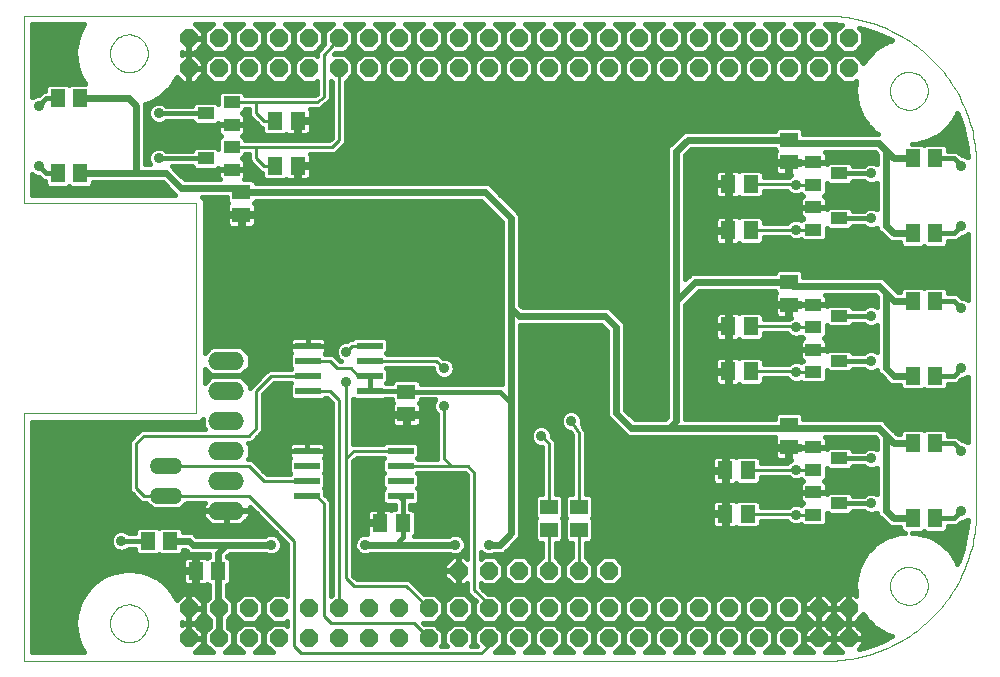
<source format=gbl>
G75*
G70*
%OFA0B0*%
%FSLAX24Y24*%
%IPPOS*%
%LPD*%
%AMOC8*
5,1,8,0,0,1.08239X$1,22.5*
%
%ADD10C,0.0000*%
%ADD11OC8,0.0600*%
%ADD12O,0.1200X0.0600*%
%ADD13R,0.0591X0.0512*%
%ADD14R,0.0512X0.0591*%
%ADD15R,0.0866X0.0236*%
%ADD16O,0.1080X0.0540*%
%ADD17R,0.0551X0.0394*%
%ADD18C,0.0160*%
%ADD19C,0.0356*%
%ADD20C,0.0100*%
%ADD21C,0.0240*%
D10*
X002187Y002187D02*
X002187Y010437D01*
X007937Y010437D01*
X007937Y017437D01*
X002187Y017437D01*
X002187Y023687D01*
X028937Y023687D01*
X031057Y021187D02*
X031060Y021244D01*
X031067Y021301D01*
X031080Y021357D01*
X031098Y021411D01*
X031121Y021464D01*
X031149Y021514D01*
X031181Y021562D01*
X031217Y021606D01*
X031257Y021647D01*
X031301Y021685D01*
X031347Y021718D01*
X031397Y021746D01*
X031449Y021770D01*
X031503Y021790D01*
X031559Y021804D01*
X031615Y021813D01*
X031673Y021817D01*
X031730Y021816D01*
X031787Y021809D01*
X031843Y021797D01*
X031898Y021781D01*
X031951Y021759D01*
X032002Y021733D01*
X032050Y021702D01*
X032096Y021667D01*
X032138Y021627D01*
X032176Y021585D01*
X032210Y021538D01*
X032240Y021489D01*
X032265Y021438D01*
X032285Y021384D01*
X032301Y021329D01*
X032311Y021273D01*
X032316Y021216D01*
X032316Y021158D01*
X032311Y021101D01*
X032301Y021045D01*
X032285Y020990D01*
X032265Y020936D01*
X032240Y020885D01*
X032210Y020836D01*
X032176Y020789D01*
X032138Y020747D01*
X032096Y020707D01*
X032050Y020672D01*
X032002Y020641D01*
X031951Y020615D01*
X031898Y020593D01*
X031843Y020577D01*
X031787Y020565D01*
X031730Y020558D01*
X031673Y020557D01*
X031615Y020561D01*
X031559Y020570D01*
X031503Y020584D01*
X031449Y020604D01*
X031397Y020628D01*
X031347Y020656D01*
X031301Y020689D01*
X031257Y020727D01*
X031217Y020768D01*
X031181Y020812D01*
X031149Y020860D01*
X031121Y020910D01*
X031098Y020963D01*
X031080Y021017D01*
X031067Y021073D01*
X031060Y021130D01*
X031057Y021187D01*
X028937Y023687D02*
X029077Y023685D01*
X029217Y023679D01*
X029357Y023669D01*
X029497Y023656D01*
X029636Y023638D01*
X029775Y023616D01*
X029912Y023591D01*
X030050Y023562D01*
X030186Y023529D01*
X030321Y023492D01*
X030455Y023451D01*
X030588Y023406D01*
X030720Y023358D01*
X030850Y023306D01*
X030979Y023251D01*
X031106Y023192D01*
X031232Y023129D01*
X031356Y023063D01*
X031477Y022994D01*
X031597Y022921D01*
X031715Y022844D01*
X031830Y022765D01*
X031944Y022682D01*
X032054Y022596D01*
X032163Y022507D01*
X032269Y022415D01*
X032372Y022320D01*
X032473Y022223D01*
X032570Y022122D01*
X032665Y022019D01*
X032757Y021913D01*
X032846Y021804D01*
X032932Y021694D01*
X033015Y021580D01*
X033094Y021465D01*
X033171Y021347D01*
X033244Y021227D01*
X033313Y021106D01*
X033379Y020982D01*
X033442Y020856D01*
X033501Y020729D01*
X033556Y020600D01*
X033608Y020470D01*
X033656Y020338D01*
X033701Y020205D01*
X033742Y020071D01*
X033779Y019936D01*
X033812Y019800D01*
X033841Y019662D01*
X033866Y019525D01*
X033888Y019386D01*
X033906Y019247D01*
X033919Y019107D01*
X033929Y018967D01*
X033935Y018827D01*
X033937Y018687D01*
X033937Y007187D01*
X031057Y004687D02*
X031060Y004744D01*
X031067Y004801D01*
X031080Y004857D01*
X031098Y004911D01*
X031121Y004964D01*
X031149Y005014D01*
X031181Y005062D01*
X031217Y005106D01*
X031257Y005147D01*
X031301Y005185D01*
X031347Y005218D01*
X031397Y005246D01*
X031449Y005270D01*
X031503Y005290D01*
X031559Y005304D01*
X031615Y005313D01*
X031673Y005317D01*
X031730Y005316D01*
X031787Y005309D01*
X031843Y005297D01*
X031898Y005281D01*
X031951Y005259D01*
X032002Y005233D01*
X032050Y005202D01*
X032096Y005167D01*
X032138Y005127D01*
X032176Y005085D01*
X032210Y005038D01*
X032240Y004989D01*
X032265Y004938D01*
X032285Y004884D01*
X032301Y004829D01*
X032311Y004773D01*
X032316Y004716D01*
X032316Y004658D01*
X032311Y004601D01*
X032301Y004545D01*
X032285Y004490D01*
X032265Y004436D01*
X032240Y004385D01*
X032210Y004336D01*
X032176Y004289D01*
X032138Y004247D01*
X032096Y004207D01*
X032050Y004172D01*
X032002Y004141D01*
X031951Y004115D01*
X031898Y004093D01*
X031843Y004077D01*
X031787Y004065D01*
X031730Y004058D01*
X031673Y004057D01*
X031615Y004061D01*
X031559Y004070D01*
X031503Y004084D01*
X031449Y004104D01*
X031397Y004128D01*
X031347Y004156D01*
X031301Y004189D01*
X031257Y004227D01*
X031217Y004268D01*
X031181Y004312D01*
X031149Y004360D01*
X031121Y004410D01*
X031098Y004463D01*
X031080Y004517D01*
X031067Y004573D01*
X031060Y004630D01*
X031057Y004687D01*
X028937Y002187D02*
X002187Y002187D01*
X005057Y003437D02*
X005060Y003494D01*
X005067Y003551D01*
X005080Y003607D01*
X005098Y003661D01*
X005121Y003714D01*
X005149Y003764D01*
X005181Y003812D01*
X005217Y003856D01*
X005257Y003897D01*
X005301Y003935D01*
X005347Y003968D01*
X005397Y003996D01*
X005449Y004020D01*
X005503Y004040D01*
X005559Y004054D01*
X005615Y004063D01*
X005673Y004067D01*
X005730Y004066D01*
X005787Y004059D01*
X005843Y004047D01*
X005898Y004031D01*
X005951Y004009D01*
X006002Y003983D01*
X006050Y003952D01*
X006096Y003917D01*
X006138Y003877D01*
X006176Y003835D01*
X006210Y003788D01*
X006240Y003739D01*
X006265Y003688D01*
X006285Y003634D01*
X006301Y003579D01*
X006311Y003523D01*
X006316Y003466D01*
X006316Y003408D01*
X006311Y003351D01*
X006301Y003295D01*
X006285Y003240D01*
X006265Y003186D01*
X006240Y003135D01*
X006210Y003086D01*
X006176Y003039D01*
X006138Y002997D01*
X006096Y002957D01*
X006050Y002922D01*
X006002Y002891D01*
X005951Y002865D01*
X005898Y002843D01*
X005843Y002827D01*
X005787Y002815D01*
X005730Y002808D01*
X005673Y002807D01*
X005615Y002811D01*
X005559Y002820D01*
X005503Y002834D01*
X005449Y002854D01*
X005397Y002878D01*
X005347Y002906D01*
X005301Y002939D01*
X005257Y002977D01*
X005217Y003018D01*
X005181Y003062D01*
X005149Y003110D01*
X005121Y003160D01*
X005098Y003213D01*
X005080Y003267D01*
X005067Y003323D01*
X005060Y003380D01*
X005057Y003437D01*
X028937Y002187D02*
X029077Y002189D01*
X029217Y002195D01*
X029357Y002205D01*
X029497Y002218D01*
X029636Y002236D01*
X029775Y002258D01*
X029912Y002283D01*
X030050Y002312D01*
X030186Y002345D01*
X030321Y002382D01*
X030455Y002423D01*
X030588Y002468D01*
X030720Y002516D01*
X030850Y002568D01*
X030979Y002623D01*
X031106Y002682D01*
X031232Y002745D01*
X031356Y002811D01*
X031477Y002880D01*
X031597Y002953D01*
X031715Y003030D01*
X031830Y003109D01*
X031944Y003192D01*
X032054Y003278D01*
X032163Y003367D01*
X032269Y003459D01*
X032372Y003554D01*
X032473Y003651D01*
X032570Y003752D01*
X032665Y003855D01*
X032757Y003961D01*
X032846Y004070D01*
X032932Y004180D01*
X033015Y004294D01*
X033094Y004409D01*
X033171Y004527D01*
X033244Y004647D01*
X033313Y004768D01*
X033379Y004892D01*
X033442Y005018D01*
X033501Y005145D01*
X033556Y005274D01*
X033608Y005404D01*
X033656Y005536D01*
X033701Y005669D01*
X033742Y005803D01*
X033779Y005938D01*
X033812Y006074D01*
X033841Y006212D01*
X033866Y006349D01*
X033888Y006488D01*
X033906Y006627D01*
X033919Y006767D01*
X033929Y006907D01*
X033935Y007047D01*
X033937Y007187D01*
X005057Y022437D02*
X005060Y022494D01*
X005067Y022551D01*
X005080Y022607D01*
X005098Y022661D01*
X005121Y022714D01*
X005149Y022764D01*
X005181Y022812D01*
X005217Y022856D01*
X005257Y022897D01*
X005301Y022935D01*
X005347Y022968D01*
X005397Y022996D01*
X005449Y023020D01*
X005503Y023040D01*
X005559Y023054D01*
X005615Y023063D01*
X005673Y023067D01*
X005730Y023066D01*
X005787Y023059D01*
X005843Y023047D01*
X005898Y023031D01*
X005951Y023009D01*
X006002Y022983D01*
X006050Y022952D01*
X006096Y022917D01*
X006138Y022877D01*
X006176Y022835D01*
X006210Y022788D01*
X006240Y022739D01*
X006265Y022688D01*
X006285Y022634D01*
X006301Y022579D01*
X006311Y022523D01*
X006316Y022466D01*
X006316Y022408D01*
X006311Y022351D01*
X006301Y022295D01*
X006285Y022240D01*
X006265Y022186D01*
X006240Y022135D01*
X006210Y022086D01*
X006176Y022039D01*
X006138Y021997D01*
X006096Y021957D01*
X006050Y021922D01*
X006002Y021891D01*
X005951Y021865D01*
X005898Y021843D01*
X005843Y021827D01*
X005787Y021815D01*
X005730Y021808D01*
X005673Y021807D01*
X005615Y021811D01*
X005559Y021820D01*
X005503Y021834D01*
X005449Y021854D01*
X005397Y021878D01*
X005347Y021906D01*
X005301Y021939D01*
X005257Y021977D01*
X005217Y022018D01*
X005181Y022062D01*
X005149Y022110D01*
X005121Y022160D01*
X005098Y022213D01*
X005080Y022267D01*
X005067Y022323D01*
X005060Y022380D01*
X005057Y022437D01*
D11*
X007687Y021937D03*
X008687Y021937D03*
X008687Y022937D03*
X007687Y022937D03*
X009687Y022937D03*
X009687Y021937D03*
X010687Y021937D03*
X010687Y022937D03*
X011687Y022937D03*
X012687Y022937D03*
X012687Y021937D03*
X011687Y021937D03*
X013687Y021937D03*
X013687Y022937D03*
X014687Y022937D03*
X014687Y021937D03*
X015687Y021937D03*
X016687Y021937D03*
X016687Y022937D03*
X015687Y022937D03*
X017687Y022937D03*
X017687Y021937D03*
X018687Y021937D03*
X018687Y022937D03*
X019687Y022937D03*
X020687Y022937D03*
X020687Y021937D03*
X019687Y021937D03*
X021687Y021937D03*
X021687Y022937D03*
X022687Y022937D03*
X022687Y021937D03*
X023687Y021937D03*
X024687Y021937D03*
X024687Y022937D03*
X023687Y022937D03*
X025687Y022937D03*
X025687Y021937D03*
X026687Y021937D03*
X026687Y022937D03*
X027687Y022937D03*
X028687Y022937D03*
X028687Y021937D03*
X027687Y021937D03*
X029687Y021937D03*
X029687Y022937D03*
X021687Y005187D03*
X020687Y005187D03*
X019687Y005187D03*
X018687Y005187D03*
X017687Y005187D03*
X016687Y005187D03*
X016687Y003937D03*
X015687Y003937D03*
X015687Y002937D03*
X016687Y002937D03*
X017687Y002937D03*
X017687Y003937D03*
X018687Y003937D03*
X018687Y002937D03*
X019687Y002937D03*
X020687Y002937D03*
X020687Y003937D03*
X019687Y003937D03*
X021687Y003937D03*
X021687Y002937D03*
X022687Y002937D03*
X022687Y003937D03*
X023687Y003937D03*
X024687Y003937D03*
X024687Y002937D03*
X023687Y002937D03*
X025687Y002937D03*
X025687Y003937D03*
X026687Y003937D03*
X026687Y002937D03*
X027687Y002937D03*
X028687Y002937D03*
X028687Y003937D03*
X027687Y003937D03*
X029687Y003937D03*
X029687Y002937D03*
X014687Y002937D03*
X013687Y002937D03*
X012687Y002937D03*
X011687Y002937D03*
X010687Y002937D03*
X009687Y002937D03*
X008687Y002937D03*
X007687Y002937D03*
X007687Y003937D03*
X008687Y003937D03*
X009687Y003937D03*
X010687Y003937D03*
X011687Y003937D03*
X012687Y003937D03*
X013687Y003937D03*
X014687Y003937D03*
D12*
X008937Y007187D03*
X008937Y008187D03*
X008937Y009187D03*
X008937Y010187D03*
X008937Y011187D03*
X008937Y012187D03*
D13*
X014937Y011161D03*
X014937Y010413D03*
X019687Y007311D03*
X020687Y007311D03*
X020687Y006563D03*
X019687Y006563D03*
X027687Y009313D03*
X027687Y010061D03*
X027687Y014063D03*
X027687Y014811D03*
X027687Y018813D03*
X027687Y019561D03*
X009437Y017811D03*
X009437Y017063D03*
D14*
X010563Y018687D03*
X011311Y018687D03*
X011311Y020187D03*
X010563Y020187D03*
X004061Y020937D03*
X003313Y020937D03*
X003313Y018437D03*
X004061Y018437D03*
X014063Y006787D03*
X014811Y006787D03*
X008661Y005187D03*
X007913Y005187D03*
X007061Y006187D03*
X006313Y006187D03*
X025563Y007087D03*
X026311Y007087D03*
X026311Y008537D03*
X025563Y008537D03*
X025663Y011837D03*
X026411Y011837D03*
X026411Y013337D03*
X025663Y013337D03*
X025663Y016537D03*
X026411Y016537D03*
X026411Y018087D03*
X025663Y018087D03*
X031813Y018937D03*
X032561Y018937D03*
X032561Y016437D03*
X031813Y016437D03*
X031813Y014187D03*
X032561Y014187D03*
X032561Y011687D03*
X031813Y011687D03*
X031813Y009437D03*
X032561Y009437D03*
X032561Y006937D03*
X031813Y006937D03*
D15*
X014748Y007687D03*
X014748Y008187D03*
X014748Y008687D03*
X014748Y009187D03*
X013711Y011187D03*
X013711Y011687D03*
X013711Y012187D03*
X013711Y012687D03*
X011663Y012687D03*
X011663Y012187D03*
X011663Y011687D03*
X011663Y011187D03*
X011626Y009187D03*
X011626Y008687D03*
X011626Y008187D03*
X011626Y007687D03*
D16*
X006937Y007687D03*
X006937Y008687D03*
D17*
X009120Y018563D03*
X009120Y019311D03*
X009120Y020063D03*
X009120Y020811D03*
X008254Y020437D03*
X008254Y018937D03*
X028504Y018811D03*
X029370Y018437D03*
X028504Y018063D03*
X028504Y017311D03*
X029370Y016937D03*
X028504Y016563D03*
X028504Y014061D03*
X029370Y013687D03*
X028504Y013313D03*
X028504Y012561D03*
X029370Y012187D03*
X028504Y011813D03*
X028504Y009311D03*
X029370Y008937D03*
X028504Y008563D03*
X028504Y007811D03*
X029370Y007437D03*
X028504Y007063D03*
D18*
X028960Y007102D02*
X028978Y007102D01*
X028960Y007121D02*
X029020Y007060D01*
X029720Y007060D01*
X029826Y007166D01*
X029826Y007177D01*
X030191Y007177D01*
X030234Y007134D01*
X030366Y007079D01*
X030508Y007079D01*
X030637Y007132D01*
X030637Y007063D01*
X030813Y006887D01*
X030887Y006813D01*
X030887Y006813D01*
X031063Y006637D01*
X031377Y006637D01*
X031377Y006567D01*
X031483Y006462D01*
X031556Y006462D01*
X031405Y006444D01*
X031246Y006412D01*
X031091Y006364D01*
X030941Y006303D01*
X030797Y006229D01*
X030661Y006141D01*
X030661Y006141D01*
X030533Y006042D01*
X030414Y005931D01*
X030306Y005810D01*
X030210Y005680D01*
X030126Y005542D01*
X030054Y005396D01*
X029997Y005245D01*
X029953Y005089D01*
X029924Y004929D01*
X029909Y004768D01*
X029909Y004606D01*
X029924Y004445D01*
X029938Y004364D01*
X029886Y004417D01*
X029707Y004417D01*
X029707Y003957D01*
X029667Y003957D01*
X029667Y003917D01*
X029707Y003917D01*
X029707Y003457D01*
X029886Y003457D01*
X030167Y003738D01*
X030167Y003764D01*
X030210Y003694D01*
X030306Y003564D01*
X030414Y003443D01*
X030414Y003443D01*
X030414Y003443D01*
X030533Y003332D01*
X030661Y003233D01*
X030797Y003146D01*
X030941Y003071D01*
X031091Y003010D01*
X031117Y003002D01*
X030825Y002861D01*
X030496Y002732D01*
X030159Y002628D01*
X030026Y002598D01*
X030167Y002738D01*
X030167Y002917D01*
X029707Y002917D01*
X029707Y002957D01*
X029667Y002957D01*
X029667Y002917D01*
X029207Y002917D01*
X029207Y002738D01*
X029450Y002496D01*
X029114Y002470D01*
X028937Y002467D01*
X028896Y002467D01*
X029167Y002738D01*
X029167Y002917D01*
X028707Y002917D01*
X028707Y002957D01*
X028667Y002957D01*
X028667Y002917D01*
X028207Y002917D01*
X028207Y002738D01*
X028478Y002467D01*
X027896Y002467D01*
X028167Y002738D01*
X028167Y003136D01*
X027886Y003417D01*
X027488Y003417D01*
X027207Y003136D01*
X027207Y002738D01*
X027478Y002467D01*
X026896Y002467D01*
X027167Y002738D01*
X027167Y003136D01*
X026886Y003417D01*
X026488Y003417D01*
X026207Y003136D01*
X026207Y002738D01*
X026478Y002467D01*
X025896Y002467D01*
X026167Y002738D01*
X026167Y003136D01*
X025886Y003417D01*
X025488Y003417D01*
X025207Y003136D01*
X025207Y002738D01*
X025478Y002467D01*
X024896Y002467D01*
X025167Y002738D01*
X025167Y003136D01*
X024886Y003417D01*
X024488Y003417D01*
X024207Y003136D01*
X024207Y002738D01*
X024478Y002467D01*
X023896Y002467D01*
X024167Y002738D01*
X024167Y003136D01*
X023886Y003417D01*
X023488Y003417D01*
X023207Y003136D01*
X023207Y002738D01*
X023478Y002467D01*
X022896Y002467D01*
X023167Y002738D01*
X023167Y003136D01*
X022886Y003417D01*
X022488Y003417D01*
X022207Y003136D01*
X022207Y002738D01*
X022478Y002467D01*
X021896Y002467D01*
X022167Y002738D01*
X022167Y003136D01*
X021886Y003417D01*
X021488Y003417D01*
X021207Y003136D01*
X021207Y002738D01*
X021478Y002467D01*
X020896Y002467D01*
X021167Y002738D01*
X021167Y003136D01*
X020886Y003417D01*
X020488Y003417D01*
X020207Y003136D01*
X020207Y002738D01*
X020478Y002467D01*
X019896Y002467D01*
X020167Y002738D01*
X020167Y003136D01*
X019886Y003417D01*
X019488Y003417D01*
X019207Y003136D01*
X019207Y002738D01*
X019478Y002467D01*
X018896Y002467D01*
X019167Y002738D01*
X019167Y003136D01*
X018886Y003417D01*
X018488Y003417D01*
X018207Y003136D01*
X018207Y002738D01*
X018478Y002467D01*
X017896Y002467D01*
X018167Y002738D01*
X018167Y003136D01*
X017886Y003417D01*
X017488Y003417D01*
X017207Y003136D01*
X017207Y002738D01*
X017278Y002667D01*
X017096Y002667D01*
X017167Y002738D01*
X017167Y003136D01*
X016886Y003417D01*
X016488Y003417D01*
X016207Y003136D01*
X016207Y002738D01*
X016278Y002667D01*
X016096Y002667D01*
X016167Y002738D01*
X016167Y003136D01*
X015886Y003417D01*
X015532Y003417D01*
X015492Y003457D01*
X015886Y003457D01*
X016167Y003738D01*
X016167Y004136D01*
X015886Y004417D01*
X015532Y004417D01*
X015167Y004782D01*
X015032Y004917D01*
X013282Y004917D01*
X013167Y005032D01*
X013167Y008792D01*
X013167Y008842D01*
X013282Y008957D01*
X014172Y008957D01*
X014192Y008937D01*
X014135Y008880D01*
X014135Y008494D01*
X014192Y008437D01*
X014135Y008380D01*
X014135Y007994D01*
X014192Y007937D01*
X014135Y007880D01*
X014135Y007494D01*
X014240Y007389D01*
X014551Y007389D01*
X014551Y007262D01*
X014481Y007262D01*
X014437Y007219D01*
X014394Y007262D01*
X014111Y007262D01*
X014111Y006835D01*
X014015Y006835D01*
X014015Y006739D01*
X013627Y006739D01*
X013627Y006420D01*
X013491Y006420D01*
X013359Y006366D01*
X013259Y006265D01*
X013204Y006133D01*
X013204Y005991D01*
X013259Y005859D01*
X013359Y005759D01*
X013491Y005704D01*
X013633Y005704D01*
X013765Y005759D01*
X013769Y005762D01*
X014811Y005762D01*
X016356Y005762D01*
X016359Y005759D01*
X016491Y005704D01*
X016633Y005704D01*
X016765Y005759D01*
X016866Y005859D01*
X016920Y005991D01*
X016920Y006133D01*
X016866Y006265D01*
X016765Y006366D01*
X016633Y006420D01*
X016491Y006420D01*
X016359Y006366D01*
X016356Y006362D01*
X015192Y006362D01*
X015247Y006417D01*
X015247Y007157D01*
X015142Y007262D01*
X015071Y007262D01*
X015071Y007389D01*
X015256Y007389D01*
X015361Y007494D01*
X015361Y007880D01*
X015304Y007937D01*
X015361Y007994D01*
X015361Y008380D01*
X015304Y008437D01*
X015324Y008457D01*
X016342Y008457D01*
X016532Y008457D01*
X016877Y008457D01*
X016957Y008356D01*
X016957Y005596D01*
X016886Y005667D01*
X016707Y005667D01*
X016707Y005207D01*
X016667Y005207D01*
X016667Y005167D01*
X016707Y005167D01*
X016707Y004707D01*
X016886Y004707D01*
X016957Y004778D01*
X016957Y004442D01*
X016999Y004400D01*
X017029Y004370D01*
X017092Y004307D01*
X017099Y004307D01*
X017246Y004175D01*
X017207Y004136D01*
X017207Y003738D01*
X017488Y003457D01*
X017886Y003457D01*
X018167Y003738D01*
X018167Y004136D01*
X017886Y004417D01*
X017664Y004417D01*
X017417Y004639D01*
X017417Y004778D01*
X017488Y004707D01*
X017886Y004707D01*
X018167Y004988D01*
X018167Y005386D01*
X017886Y005667D01*
X017488Y005667D01*
X017417Y005596D01*
X017417Y005826D01*
X017484Y005759D01*
X017616Y005704D01*
X017758Y005704D01*
X017890Y005759D01*
X017894Y005762D01*
X017938Y005762D01*
X018186Y005762D01*
X018737Y006313D01*
X018737Y006561D01*
X018737Y010663D01*
X018737Y013387D01*
X018811Y013387D01*
X021438Y013387D01*
X021637Y013188D01*
X021637Y010313D01*
X021813Y010137D01*
X022313Y009637D01*
X022561Y009637D01*
X023563Y009637D01*
X027212Y009637D01*
X027212Y009361D01*
X027639Y009361D01*
X027639Y009265D01*
X027735Y009265D01*
X027735Y008877D01*
X027762Y008877D01*
X027734Y008866D01*
X027636Y008767D01*
X026747Y008767D01*
X026747Y008907D01*
X026642Y009012D01*
X025981Y009012D01*
X025937Y008969D01*
X025894Y009012D01*
X025611Y009012D01*
X025611Y008585D01*
X025515Y008585D01*
X025515Y008489D01*
X025611Y008489D01*
X025611Y008062D01*
X025894Y008062D01*
X025937Y008105D01*
X025981Y008062D01*
X026642Y008062D01*
X026747Y008167D01*
X026747Y008307D01*
X027686Y008307D01*
X027734Y008259D01*
X027866Y008204D01*
X028008Y008204D01*
X028099Y008241D01*
X028153Y008187D01*
X028048Y008082D01*
X028048Y007830D01*
X028485Y007830D01*
X028485Y007793D01*
X028048Y007793D01*
X028048Y007540D01*
X028151Y007437D01*
X028097Y007383D01*
X028008Y007420D01*
X027866Y007420D01*
X027734Y007366D01*
X027686Y007317D01*
X026747Y007317D01*
X026747Y007457D01*
X026642Y007562D01*
X025981Y007562D01*
X025937Y007519D01*
X025894Y007562D01*
X025611Y007562D01*
X025611Y007135D01*
X025515Y007135D01*
X025515Y007039D01*
X025611Y007039D01*
X025611Y006612D01*
X025894Y006612D01*
X025937Y006655D01*
X025981Y006612D01*
X026642Y006612D01*
X026747Y006717D01*
X026747Y006857D01*
X027636Y006857D01*
X027734Y006759D01*
X027866Y006704D01*
X028008Y006704D01*
X028099Y006741D01*
X028154Y006686D01*
X028854Y006686D01*
X028960Y006792D01*
X028960Y007121D01*
X028960Y006943D02*
X030757Y006943D01*
X030637Y007102D02*
X030564Y007102D01*
X030310Y007102D02*
X029762Y007102D01*
X029370Y007437D02*
X030437Y007437D01*
X030191Y007697D02*
X029826Y007697D01*
X029826Y007708D01*
X029720Y007814D01*
X029020Y007814D01*
X028960Y007753D01*
X028960Y007793D01*
X028523Y007793D01*
X028523Y007830D01*
X028960Y007830D01*
X028960Y008082D01*
X028855Y008187D01*
X028960Y008292D01*
X028960Y008621D01*
X029020Y008560D01*
X029720Y008560D01*
X029826Y008666D01*
X029826Y008677D01*
X030191Y008677D01*
X030234Y008634D01*
X030366Y008579D01*
X030508Y008579D01*
X030637Y008632D01*
X030637Y007742D01*
X030508Y007795D01*
X030366Y007795D01*
X030234Y007741D01*
X030191Y007697D01*
X030230Y007736D02*
X029798Y007736D01*
X028960Y007895D02*
X030637Y007895D01*
X030637Y008053D02*
X028960Y008053D01*
X028880Y008212D02*
X030637Y008212D01*
X030637Y008370D02*
X028960Y008370D01*
X028960Y008529D02*
X030637Y008529D01*
X030437Y008937D02*
X029370Y008937D01*
X029720Y009314D02*
X029826Y009208D01*
X029826Y009197D01*
X030191Y009197D01*
X030234Y009241D01*
X030366Y009295D01*
X030508Y009295D01*
X030637Y009242D01*
X030637Y009563D01*
X030637Y009563D01*
X030563Y009637D01*
X028905Y009637D01*
X028960Y009582D01*
X028960Y009330D01*
X028523Y009330D01*
X028523Y009293D01*
X028960Y009293D01*
X028960Y009253D01*
X029020Y009314D01*
X029720Y009314D01*
X028960Y009480D02*
X030637Y009480D01*
X030637Y009322D02*
X028523Y009322D01*
X028485Y009322D02*
X027735Y009322D01*
X027735Y009361D02*
X028048Y009361D01*
X028048Y009330D01*
X028485Y009330D01*
X028485Y009293D01*
X028048Y009293D01*
X028048Y009265D01*
X027735Y009265D01*
X027735Y009361D01*
X027639Y009322D02*
X020917Y009322D01*
X020917Y009480D02*
X027212Y009480D01*
X027212Y009265D02*
X027212Y008983D01*
X027317Y008877D01*
X027639Y008877D01*
X027639Y009265D01*
X027212Y009265D01*
X027212Y009163D02*
X020917Y009163D01*
X020917Y009004D02*
X025225Y009004D01*
X025233Y009012D02*
X025127Y008907D01*
X025127Y008585D01*
X025515Y008585D01*
X025515Y009012D01*
X025233Y009012D01*
X025127Y008846D02*
X020917Y008846D01*
X020917Y008687D02*
X025127Y008687D01*
X025127Y008489D02*
X025127Y008167D01*
X025233Y008062D01*
X025515Y008062D01*
X025515Y008489D01*
X025127Y008489D01*
X025127Y008370D02*
X020917Y008370D01*
X020917Y008212D02*
X025127Y008212D01*
X025515Y008212D02*
X025611Y008212D01*
X025611Y008370D02*
X025515Y008370D01*
X025515Y008529D02*
X020917Y008529D01*
X020457Y008529D02*
X019917Y008529D01*
X019917Y008687D02*
X020457Y008687D01*
X020457Y008846D02*
X019917Y008846D01*
X019917Y009004D02*
X020457Y009004D01*
X020457Y009163D02*
X019917Y009163D01*
X019917Y009322D02*
X020457Y009322D01*
X020457Y009480D02*
X019917Y009480D01*
X019917Y009532D02*
X019917Y009342D01*
X019917Y007747D01*
X020057Y007747D01*
X020162Y007642D01*
X020162Y006981D01*
X020119Y006937D01*
X020162Y006894D01*
X020162Y006233D01*
X020057Y006127D01*
X019917Y006127D01*
X019917Y005636D01*
X020167Y005386D01*
X020167Y004988D01*
X019886Y004707D01*
X019488Y004707D01*
X019207Y004988D01*
X019207Y005386D01*
X019457Y005636D01*
X019457Y006127D01*
X019317Y006127D01*
X019212Y006233D01*
X019212Y006894D01*
X019255Y006937D01*
X019212Y006981D01*
X019212Y007642D01*
X019317Y007747D01*
X019457Y007747D01*
X019457Y009329D01*
X019366Y009329D01*
X019234Y009384D01*
X019134Y009484D01*
X019079Y009616D01*
X019079Y009758D01*
X019134Y009890D01*
X019234Y009991D01*
X019366Y010045D01*
X019508Y010045D01*
X019640Y009991D01*
X019741Y009890D01*
X019795Y009758D01*
X019795Y009654D01*
X019917Y009532D01*
X019811Y009639D02*
X020457Y009639D01*
X020457Y009721D02*
X020457Y007747D01*
X020317Y007747D01*
X020212Y007642D01*
X020212Y006981D01*
X020255Y006937D01*
X020212Y006894D01*
X020212Y006233D01*
X020317Y006127D01*
X020457Y006127D01*
X020457Y005636D01*
X020207Y005386D01*
X020207Y004988D01*
X020488Y004707D01*
X020886Y004707D01*
X021167Y004988D01*
X021167Y005386D01*
X020917Y005636D01*
X020917Y006127D01*
X021057Y006127D01*
X021162Y006233D01*
X021162Y006894D01*
X021119Y006937D01*
X021162Y006981D01*
X021162Y007642D01*
X021057Y007747D01*
X020917Y007747D01*
X020917Y009692D01*
X020917Y009853D01*
X020917Y009882D01*
X020868Y009931D01*
X020778Y010075D01*
X020795Y010116D01*
X020795Y010258D01*
X020741Y010390D01*
X020640Y010491D01*
X020508Y010545D01*
X020366Y010545D01*
X020234Y010491D01*
X020134Y010390D01*
X020079Y010258D01*
X020079Y010116D01*
X020134Y009984D01*
X020234Y009884D01*
X020366Y009829D01*
X020390Y009829D01*
X020457Y009721D01*
X020410Y009797D02*
X019779Y009797D01*
X019675Y009956D02*
X020162Y009956D01*
X020080Y010114D02*
X018737Y010114D01*
X018737Y009956D02*
X019199Y009956D01*
X019095Y009797D02*
X018737Y009797D01*
X018737Y009639D02*
X019079Y009639D01*
X019138Y009480D02*
X018737Y009480D01*
X018737Y009322D02*
X019457Y009322D01*
X019457Y009163D02*
X018737Y009163D01*
X018737Y009004D02*
X019457Y009004D01*
X019457Y008846D02*
X018737Y008846D01*
X018737Y008687D02*
X019457Y008687D01*
X019457Y008529D02*
X018737Y008529D01*
X018737Y008370D02*
X019457Y008370D01*
X019457Y008212D02*
X018737Y008212D01*
X018737Y008053D02*
X019457Y008053D01*
X019457Y007895D02*
X018737Y007895D01*
X018737Y007736D02*
X019306Y007736D01*
X019212Y007578D02*
X018737Y007578D01*
X018737Y007419D02*
X019212Y007419D01*
X019212Y007260D02*
X018737Y007260D01*
X018737Y007102D02*
X019212Y007102D01*
X019249Y006943D02*
X018737Y006943D01*
X018737Y006785D02*
X019212Y006785D01*
X019212Y006626D02*
X018737Y006626D01*
X018737Y006468D02*
X019212Y006468D01*
X019212Y006309D02*
X018733Y006309D01*
X018575Y006151D02*
X019294Y006151D01*
X019457Y005992D02*
X018416Y005992D01*
X018258Y005834D02*
X019457Y005834D01*
X019457Y005675D02*
X017417Y005675D01*
X016957Y005675D02*
X013167Y005675D01*
X013167Y005516D02*
X016338Y005516D01*
X016207Y005386D02*
X016207Y005207D01*
X016667Y005207D01*
X016667Y005667D01*
X016488Y005667D01*
X016207Y005386D01*
X016207Y005358D02*
X013167Y005358D01*
X013167Y005199D02*
X016667Y005199D01*
X016667Y005167D02*
X016207Y005167D01*
X016207Y004988D01*
X016488Y004707D01*
X016667Y004707D01*
X016667Y005167D01*
X016667Y005041D02*
X016707Y005041D01*
X016707Y004882D02*
X016667Y004882D01*
X016667Y004724D02*
X016707Y004724D01*
X016903Y004724D02*
X016957Y004724D01*
X016957Y004565D02*
X015384Y004565D01*
X015226Y004724D02*
X016472Y004724D01*
X016313Y004882D02*
X015067Y004882D01*
X015896Y004407D02*
X016478Y004407D01*
X016488Y004417D02*
X016207Y004136D01*
X016207Y003738D01*
X016488Y003457D01*
X016886Y003457D01*
X017167Y003738D01*
X017167Y004136D01*
X016886Y004417D01*
X016488Y004417D01*
X016319Y004248D02*
X016055Y004248D01*
X016167Y004090D02*
X016207Y004090D01*
X016207Y003931D02*
X016167Y003931D01*
X016167Y003773D02*
X016207Y003773D01*
X016331Y003614D02*
X016043Y003614D01*
X016006Y003297D02*
X016368Y003297D01*
X016210Y003138D02*
X016165Y003138D01*
X016167Y002980D02*
X016207Y002980D01*
X016207Y002821D02*
X016167Y002821D01*
X017006Y003297D02*
X017368Y003297D01*
X017210Y003138D02*
X017165Y003138D01*
X017167Y002980D02*
X017207Y002980D01*
X017207Y002821D02*
X017167Y002821D01*
X017933Y002504D02*
X018441Y002504D01*
X018283Y002663D02*
X018091Y002663D01*
X018167Y002821D02*
X018207Y002821D01*
X018207Y002980D02*
X018167Y002980D01*
X018165Y003138D02*
X018210Y003138D01*
X018368Y003297D02*
X018006Y003297D01*
X018043Y003614D02*
X018331Y003614D01*
X018207Y003738D02*
X018488Y003457D01*
X018886Y003457D01*
X019167Y003738D01*
X019167Y004136D01*
X018886Y004417D01*
X018488Y004417D01*
X018207Y004136D01*
X018207Y003738D01*
X018207Y003773D02*
X018167Y003773D01*
X018167Y003931D02*
X018207Y003931D01*
X018207Y004090D02*
X018167Y004090D01*
X018055Y004248D02*
X018319Y004248D01*
X018478Y004407D02*
X017896Y004407D01*
X017903Y004724D02*
X018472Y004724D01*
X018488Y004707D02*
X018886Y004707D01*
X019167Y004988D01*
X019167Y005386D01*
X018886Y005667D01*
X018488Y005667D01*
X018207Y005386D01*
X018207Y004988D01*
X018488Y004707D01*
X018313Y004882D02*
X018061Y004882D01*
X018167Y005041D02*
X018207Y005041D01*
X018207Y005199D02*
X018167Y005199D01*
X018167Y005358D02*
X018207Y005358D01*
X018338Y005516D02*
X018036Y005516D01*
X017472Y004724D02*
X017417Y004724D01*
X017500Y004565D02*
X029913Y004565D01*
X029909Y004724D02*
X021903Y004724D01*
X021886Y004707D02*
X022167Y004988D01*
X022167Y005386D01*
X021886Y005667D01*
X021488Y005667D01*
X021207Y005386D01*
X021207Y004988D01*
X021488Y004707D01*
X021886Y004707D01*
X022061Y004882D02*
X029919Y004882D01*
X029944Y005041D02*
X022167Y005041D01*
X022167Y005199D02*
X029984Y005199D01*
X030040Y005358D02*
X022167Y005358D01*
X022036Y005516D02*
X030113Y005516D01*
X030207Y005675D02*
X020917Y005675D01*
X020917Y005834D02*
X030327Y005834D01*
X030414Y005931D02*
X030414Y005931D01*
X030479Y005992D02*
X020917Y005992D01*
X021080Y006151D02*
X030675Y006151D01*
X030797Y006229D02*
X030797Y006229D01*
X030941Y006303D02*
X030941Y006303D01*
X030956Y006309D02*
X021162Y006309D01*
X021162Y006468D02*
X031477Y006468D01*
X031405Y006444D02*
X031405Y006444D01*
X031246Y006412D02*
X031246Y006412D01*
X031091Y006364D02*
X031091Y006364D01*
X031377Y006626D02*
X026656Y006626D01*
X026747Y006785D02*
X027708Y006785D01*
X027863Y007419D02*
X026747Y007419D01*
X026747Y008212D02*
X027847Y008212D01*
X028027Y008212D02*
X028128Y008212D01*
X028048Y008053D02*
X020917Y008053D01*
X020917Y007895D02*
X028048Y007895D01*
X028048Y007736D02*
X021068Y007736D01*
X021162Y007578D02*
X028048Y007578D01*
X028011Y007419D02*
X028133Y007419D01*
X028953Y006785D02*
X030915Y006785D01*
X031797Y006462D02*
X032144Y006462D01*
X032187Y006505D01*
X032231Y006462D01*
X032892Y006462D01*
X032997Y006567D01*
X032997Y006677D01*
X033079Y006677D01*
X033295Y006677D01*
X033447Y006829D01*
X033508Y006829D01*
X033640Y006884D01*
X033645Y006888D01*
X033627Y006659D01*
X033575Y006310D01*
X033496Y005965D01*
X033392Y005628D01*
X033309Y005416D01*
X033286Y005470D01*
X033208Y005612D01*
X033118Y005746D01*
X033015Y005872D01*
X032902Y005988D01*
X032779Y006093D01*
X032779Y006093D01*
X032646Y006186D01*
X032506Y006267D01*
X032359Y006335D01*
X032359Y006335D01*
X032206Y006390D01*
X032049Y006430D01*
X031889Y006456D01*
X031797Y006462D01*
X031889Y006456D02*
X031889Y006456D01*
X032049Y006430D02*
X032049Y006430D01*
X032149Y006468D02*
X032225Y006468D01*
X032206Y006390D02*
X032206Y006390D01*
X032416Y006309D02*
X033575Y006309D01*
X033599Y006468D02*
X032897Y006468D01*
X032997Y006626D02*
X033623Y006626D01*
X033637Y006785D02*
X033402Y006785D01*
X033187Y006937D02*
X033437Y007187D01*
X033187Y006937D02*
X032561Y006937D01*
X032506Y006267D02*
X032506Y006267D01*
X032646Y006186D02*
X032646Y006186D01*
X032697Y006151D02*
X033539Y006151D01*
X033502Y005992D02*
X032897Y005992D01*
X032902Y005988D02*
X032902Y005988D01*
X033015Y005872D02*
X033015Y005872D01*
X033047Y005834D02*
X033456Y005834D01*
X033407Y005675D02*
X033165Y005675D01*
X033208Y005612D02*
X033208Y005612D01*
X033260Y005516D02*
X033348Y005516D01*
X033286Y005470D02*
X033286Y005470D01*
X033118Y005746D02*
X033118Y005746D01*
X030403Y003455D02*
X015494Y003455D01*
X017043Y003614D02*
X017331Y003614D01*
X017207Y003773D02*
X017167Y003773D01*
X017167Y003931D02*
X017207Y003931D01*
X017207Y004090D02*
X017167Y004090D01*
X017164Y004248D02*
X017055Y004248D01*
X016992Y004407D02*
X016896Y004407D01*
X016207Y005041D02*
X013167Y005041D01*
X012457Y005041D02*
X012417Y005041D01*
X012417Y005199D02*
X012457Y005199D01*
X012457Y005358D02*
X012417Y005358D01*
X012417Y005516D02*
X012457Y005516D01*
X012457Y005675D02*
X012417Y005675D01*
X012417Y005834D02*
X012457Y005834D01*
X012457Y005992D02*
X012417Y005992D01*
X012417Y006151D02*
X012457Y006151D01*
X012457Y006309D02*
X012417Y006309D01*
X012417Y006468D02*
X012457Y006468D01*
X012457Y006626D02*
X012417Y006626D01*
X012417Y006785D02*
X012457Y006785D01*
X012457Y006943D02*
X012417Y006943D01*
X012417Y007102D02*
X012457Y007102D01*
X012457Y007260D02*
X012417Y007260D01*
X012417Y007419D02*
X012457Y007419D01*
X012417Y007532D02*
X012282Y007667D01*
X012239Y007710D01*
X012239Y007880D01*
X012182Y007937D01*
X012239Y007994D01*
X012239Y008380D01*
X012182Y008437D01*
X012239Y008494D01*
X012239Y008880D01*
X012182Y008937D01*
X012239Y008994D01*
X012239Y009187D01*
X011626Y009187D01*
X011013Y009187D01*
X011013Y008994D01*
X011070Y008937D01*
X011013Y008880D01*
X011013Y008494D01*
X011070Y008437D01*
X011050Y008417D01*
X010282Y008417D01*
X009782Y008917D01*
X009646Y008917D01*
X009717Y008988D01*
X009717Y009386D01*
X009646Y009457D01*
X009782Y009457D01*
X009917Y009592D01*
X010167Y009842D01*
X010167Y010032D01*
X010167Y011092D01*
X010532Y011457D01*
X011088Y011457D01*
X011108Y011437D01*
X011050Y011380D01*
X011050Y010994D01*
X011156Y010889D01*
X012171Y010889D01*
X012239Y010957D01*
X012292Y010957D01*
X012457Y010792D01*
X012457Y004386D01*
X012417Y004346D01*
X012417Y007532D01*
X012457Y007578D02*
X012372Y007578D01*
X012457Y007736D02*
X012239Y007736D01*
X012224Y007895D02*
X012457Y007895D01*
X012457Y008053D02*
X012239Y008053D01*
X012239Y008212D02*
X012457Y008212D01*
X012457Y008370D02*
X012239Y008370D01*
X012239Y008529D02*
X012457Y008529D01*
X012457Y008687D02*
X012239Y008687D01*
X012239Y008846D02*
X012457Y008846D01*
X012457Y009004D02*
X012239Y009004D01*
X012239Y009163D02*
X012457Y009163D01*
X012457Y009322D02*
X012239Y009322D01*
X012239Y009380D02*
X012134Y009485D01*
X011626Y009485D01*
X011118Y009485D01*
X011013Y009380D01*
X011013Y009187D01*
X011626Y009187D01*
X011626Y009187D01*
X011626Y009485D01*
X011626Y009187D01*
X011626Y009187D01*
X011626Y009187D01*
X012239Y009187D01*
X012239Y009380D01*
X012139Y009480D02*
X012457Y009480D01*
X012457Y009639D02*
X009964Y009639D01*
X009917Y009592D02*
X009917Y009592D01*
X009805Y009480D02*
X011113Y009480D01*
X011013Y009322D02*
X009717Y009322D01*
X009717Y009163D02*
X011013Y009163D01*
X011013Y009004D02*
X009717Y009004D01*
X009853Y008846D02*
X011013Y008846D01*
X011013Y008687D02*
X010012Y008687D01*
X010171Y008529D02*
X011013Y008529D01*
X011626Y009322D02*
X011626Y009322D01*
X011626Y009480D02*
X011626Y009480D01*
X012457Y009797D02*
X010122Y009797D01*
X010167Y009956D02*
X012457Y009956D01*
X012457Y010114D02*
X010167Y010114D01*
X010167Y010273D02*
X012457Y010273D01*
X012457Y010431D02*
X010167Y010431D01*
X010167Y010590D02*
X012457Y010590D01*
X012457Y010748D02*
X010167Y010748D01*
X010167Y010907D02*
X011138Y010907D01*
X011050Y011066D02*
X010167Y011066D01*
X010299Y011224D02*
X011050Y011224D01*
X011053Y011383D02*
X010458Y011383D01*
X010124Y011700D02*
X008217Y011700D01*
X008217Y011858D02*
X008287Y011858D01*
X008217Y011928D02*
X008217Y011446D01*
X008438Y011667D01*
X009436Y011667D01*
X009717Y011386D01*
X009717Y011292D01*
X010342Y011917D01*
X010532Y011917D01*
X011088Y011917D01*
X011108Y011937D01*
X011050Y011994D01*
X011050Y012380D01*
X011108Y012437D01*
X011050Y012494D01*
X011050Y012687D01*
X011663Y012687D01*
X011663Y012687D01*
X011050Y012687D01*
X011050Y012880D01*
X011156Y012985D01*
X011663Y012985D01*
X011663Y012687D01*
X011664Y012687D01*
X011664Y012687D01*
X012276Y012687D01*
X012276Y012494D01*
X012219Y012437D01*
X012239Y012417D01*
X012482Y012417D01*
X012617Y012282D01*
X012732Y012167D01*
X012774Y012167D01*
X012734Y012184D01*
X012634Y012284D01*
X012579Y012416D01*
X012579Y012558D01*
X012634Y012690D01*
X012734Y012791D01*
X012866Y012845D01*
X012970Y012845D01*
X013042Y012917D01*
X013135Y012917D01*
X013203Y012985D01*
X014218Y012985D01*
X014324Y012880D01*
X014324Y012494D01*
X014266Y012437D01*
X014286Y012417D01*
X015842Y012417D01*
X016032Y012417D01*
X016154Y012295D01*
X016258Y012295D01*
X016390Y012241D01*
X016491Y012140D01*
X016545Y012008D01*
X016545Y011866D01*
X016491Y011734D01*
X016390Y011634D01*
X016258Y011579D01*
X016116Y011579D01*
X015984Y011634D01*
X015884Y011734D01*
X015829Y011866D01*
X015829Y011957D01*
X014286Y011957D01*
X014266Y011937D01*
X014324Y011880D01*
X014324Y011494D01*
X014276Y011447D01*
X014462Y011447D01*
X014462Y011492D01*
X014567Y011597D01*
X015307Y011597D01*
X015412Y011492D01*
X015412Y011421D01*
X017955Y011421D01*
X018137Y011421D01*
X018137Y013813D01*
X018137Y014061D01*
X018137Y016813D01*
X017439Y017511D01*
X009912Y017511D01*
X009912Y017481D01*
X009869Y017437D01*
X009912Y017394D01*
X009912Y017111D01*
X009485Y017111D01*
X009485Y017015D01*
X009485Y016627D01*
X009807Y016627D01*
X009912Y016733D01*
X009912Y017015D01*
X009485Y017015D01*
X009389Y017015D01*
X009389Y016627D01*
X009067Y016627D01*
X008962Y016733D01*
X008962Y017015D01*
X009389Y017015D01*
X009389Y017111D01*
X008962Y017111D01*
X008962Y017394D01*
X009005Y017437D01*
X008962Y017481D01*
X008962Y017637D01*
X008133Y017637D01*
X008217Y017553D01*
X008217Y017321D01*
X008217Y012446D01*
X008438Y012667D01*
X009436Y012667D01*
X009717Y012386D01*
X009717Y011988D01*
X009436Y011707D01*
X008438Y011707D01*
X008217Y011928D01*
X008217Y011541D02*
X008312Y011541D01*
X008264Y012492D02*
X008217Y012492D01*
X008217Y012651D02*
X008422Y012651D01*
X008217Y012809D02*
X011050Y012809D01*
X011050Y012651D02*
X009452Y012651D01*
X009611Y012492D02*
X011052Y012492D01*
X011050Y012334D02*
X009717Y012334D01*
X009717Y012175D02*
X011050Y012175D01*
X011050Y012017D02*
X009717Y012017D01*
X009587Y011858D02*
X010283Y011858D01*
X009966Y011541D02*
X009562Y011541D01*
X009717Y011383D02*
X009807Y011383D01*
X008157Y010261D02*
X008157Y009988D01*
X008228Y009917D01*
X006282Y009917D01*
X006092Y009917D01*
X005842Y009667D01*
X005707Y009532D01*
X005707Y008032D01*
X005707Y007842D01*
X005957Y007592D01*
X006092Y007457D01*
X006261Y007457D01*
X006481Y007237D01*
X007393Y007237D01*
X007613Y007457D01*
X008228Y007457D01*
X008157Y007386D01*
X008157Y007207D01*
X008917Y007207D01*
X008917Y007167D01*
X008957Y007167D01*
X008957Y006707D01*
X009436Y006707D01*
X009717Y006988D01*
X009717Y007167D01*
X008957Y007167D01*
X008957Y007207D01*
X009717Y007207D01*
X009717Y007332D01*
X010957Y006092D01*
X010957Y004346D01*
X010886Y004417D01*
X010488Y004417D01*
X010207Y004136D01*
X010207Y003738D01*
X010488Y003457D01*
X010886Y003457D01*
X010957Y003528D01*
X010957Y003346D01*
X010886Y003417D01*
X010488Y003417D01*
X010207Y003136D01*
X010207Y002738D01*
X010478Y002467D01*
X009896Y002467D01*
X010167Y002738D01*
X010167Y003136D01*
X009886Y003417D01*
X009488Y003417D01*
X009207Y003136D01*
X009207Y002738D01*
X009478Y002467D01*
X008896Y002467D01*
X009167Y002738D01*
X009167Y003136D01*
X008987Y003316D01*
X008987Y003558D01*
X009167Y003738D01*
X009167Y004136D01*
X008961Y004342D01*
X008961Y004712D01*
X008992Y004712D01*
X009097Y004817D01*
X009097Y005557D01*
X008992Y005662D01*
X008961Y005662D01*
X009061Y005762D01*
X010231Y005762D01*
X010234Y005759D01*
X010366Y005704D01*
X010508Y005704D01*
X010640Y005759D01*
X010741Y005859D01*
X010795Y005991D01*
X010795Y006133D01*
X010741Y006265D01*
X010640Y006366D01*
X010508Y006420D01*
X010366Y006420D01*
X010234Y006366D01*
X010231Y006362D01*
X009061Y006362D01*
X007936Y006362D01*
X007811Y006487D01*
X007563Y006487D01*
X007497Y006487D01*
X007497Y006557D01*
X007392Y006662D01*
X006731Y006662D01*
X006687Y006619D01*
X006644Y006662D01*
X005983Y006662D01*
X005877Y006557D01*
X005877Y006447D01*
X005684Y006447D01*
X005640Y006491D01*
X005508Y006545D01*
X005366Y006545D01*
X005234Y006491D01*
X005134Y006390D01*
X005079Y006258D01*
X005079Y006116D01*
X005134Y005984D01*
X005234Y005884D01*
X005366Y005829D01*
X005508Y005829D01*
X005640Y005884D01*
X005684Y005927D01*
X005877Y005927D01*
X005877Y005817D01*
X005983Y005712D01*
X006644Y005712D01*
X006687Y005755D01*
X006731Y005712D01*
X007392Y005712D01*
X007497Y005817D01*
X007497Y005887D01*
X007563Y005887D01*
X007688Y005762D01*
X007936Y005762D01*
X008361Y005762D01*
X008361Y005662D01*
X008331Y005662D01*
X008287Y005619D01*
X008244Y005662D01*
X007961Y005662D01*
X007961Y005235D01*
X007865Y005235D01*
X007865Y005139D01*
X007961Y005139D01*
X007961Y004712D01*
X008244Y004712D01*
X008287Y004755D01*
X008331Y004712D01*
X008361Y004712D01*
X008361Y004290D01*
X008207Y004136D01*
X008207Y003738D01*
X008387Y003558D01*
X008387Y003316D01*
X008207Y003136D01*
X008207Y002738D01*
X008478Y002467D01*
X007896Y002467D01*
X008167Y002738D01*
X008167Y002917D01*
X007707Y002917D01*
X007707Y002957D01*
X007667Y002957D01*
X007667Y003417D01*
X007488Y003417D01*
X007465Y003394D01*
X007467Y003437D01*
X007465Y003480D01*
X007488Y003457D01*
X007667Y003457D01*
X007667Y003917D01*
X007707Y003917D01*
X007707Y003457D01*
X007886Y003457D01*
X008167Y003738D01*
X008167Y003917D01*
X007707Y003917D01*
X007707Y003957D01*
X007667Y003957D01*
X007667Y004417D01*
X007488Y004417D01*
X007287Y004216D01*
X007286Y004220D01*
X007286Y004220D01*
X007208Y004362D01*
X007118Y004496D01*
X007015Y004622D01*
X006902Y004738D01*
X006779Y004843D01*
X006779Y004843D01*
X006646Y004936D01*
X006506Y005017D01*
X006359Y005085D01*
X006359Y005085D01*
X006206Y005140D01*
X006049Y005180D01*
X005889Y005206D01*
X005728Y005217D01*
X005728Y005217D01*
X005566Y005213D01*
X005566Y005213D01*
X005405Y005194D01*
X005246Y005162D01*
X005091Y005114D01*
X004941Y005053D01*
X004797Y004979D01*
X004661Y004891D01*
X004661Y004891D01*
X004533Y004792D01*
X004533Y004792D01*
X004414Y004681D01*
X004306Y004560D01*
X004210Y004430D01*
X004126Y004292D01*
X004126Y004292D01*
X004054Y004146D01*
X003997Y003995D01*
X003953Y003839D01*
X003924Y003679D01*
X003909Y003518D01*
X003909Y003356D01*
X003924Y003195D01*
X003953Y003035D01*
X003997Y002879D01*
X004054Y002728D01*
X004126Y002582D01*
X004196Y002467D01*
X002467Y002467D01*
X002467Y010157D01*
X007821Y010157D01*
X008053Y010157D01*
X008157Y010261D01*
X008157Y010114D02*
X002467Y010114D01*
X002467Y009956D02*
X008190Y009956D01*
X005972Y009797D02*
X002467Y009797D01*
X002467Y009639D02*
X005813Y009639D01*
X005707Y009480D02*
X002467Y009480D01*
X002467Y009322D02*
X005707Y009322D01*
X005707Y009163D02*
X002467Y009163D01*
X002467Y009004D02*
X005707Y009004D01*
X005707Y008846D02*
X002467Y008846D01*
X002467Y008687D02*
X005707Y008687D01*
X005707Y008529D02*
X002467Y008529D01*
X002467Y008370D02*
X005707Y008370D01*
X005707Y008212D02*
X002467Y008212D01*
X002467Y008053D02*
X005707Y008053D01*
X005707Y007895D02*
X002467Y007895D01*
X002467Y007736D02*
X005813Y007736D01*
X005971Y007578D02*
X002467Y007578D01*
X002467Y007419D02*
X006299Y007419D01*
X006457Y007260D02*
X002467Y007260D01*
X002467Y007102D02*
X008157Y007102D01*
X008157Y007167D02*
X008157Y006988D01*
X008438Y006707D01*
X008917Y006707D01*
X008917Y007167D01*
X008157Y007167D01*
X008157Y007260D02*
X007417Y007260D01*
X007575Y007419D02*
X008190Y007419D01*
X008202Y006943D02*
X002467Y006943D01*
X002467Y006785D02*
X008361Y006785D01*
X007831Y006468D02*
X010581Y006468D01*
X010696Y006309D02*
X010740Y006309D01*
X010788Y006151D02*
X010898Y006151D01*
X010957Y005992D02*
X010795Y005992D01*
X010715Y005834D02*
X010957Y005834D01*
X010957Y005675D02*
X008974Y005675D01*
X009097Y005516D02*
X010957Y005516D01*
X010957Y005358D02*
X009097Y005358D01*
X009097Y005199D02*
X010957Y005199D01*
X010957Y005041D02*
X009097Y005041D01*
X009097Y004882D02*
X010957Y004882D01*
X010957Y004724D02*
X009004Y004724D01*
X008961Y004565D02*
X010957Y004565D01*
X010957Y004407D02*
X010896Y004407D01*
X010478Y004407D02*
X009896Y004407D01*
X009886Y004417D02*
X009488Y004417D01*
X009207Y004136D01*
X009207Y003738D01*
X009488Y003457D01*
X009886Y003457D01*
X010167Y003738D01*
X010167Y004136D01*
X009886Y004417D01*
X010055Y004248D02*
X010319Y004248D01*
X010207Y004090D02*
X010167Y004090D01*
X010167Y003931D02*
X010207Y003931D01*
X010207Y003773D02*
X010167Y003773D01*
X010043Y003614D02*
X010331Y003614D01*
X010368Y003297D02*
X010006Y003297D01*
X010165Y003138D02*
X010210Y003138D01*
X010207Y002980D02*
X010167Y002980D01*
X010167Y002821D02*
X010207Y002821D01*
X010283Y002663D02*
X010091Y002663D01*
X009933Y002504D02*
X010441Y002504D01*
X009441Y002504D02*
X008933Y002504D01*
X009091Y002663D02*
X009283Y002663D01*
X009207Y002821D02*
X009167Y002821D01*
X009167Y002980D02*
X009207Y002980D01*
X009210Y003138D02*
X009165Y003138D01*
X009006Y003297D02*
X009368Y003297D01*
X009331Y003614D02*
X009043Y003614D01*
X008987Y003455D02*
X010957Y003455D01*
X012417Y004407D02*
X012457Y004407D01*
X012457Y004565D02*
X012417Y004565D01*
X012417Y004724D02*
X012457Y004724D01*
X012457Y004882D02*
X012417Y004882D01*
X013167Y005834D02*
X013284Y005834D01*
X013204Y005992D02*
X013167Y005992D01*
X013167Y006151D02*
X013211Y006151D01*
X013167Y006309D02*
X013303Y006309D01*
X013167Y006468D02*
X013627Y006468D01*
X013627Y006626D02*
X013167Y006626D01*
X013167Y006785D02*
X014015Y006785D01*
X014015Y006835D02*
X013627Y006835D01*
X013627Y007157D01*
X013733Y007262D01*
X014015Y007262D01*
X014015Y006835D01*
X014015Y006943D02*
X014111Y006943D01*
X014111Y007102D02*
X014015Y007102D01*
X014015Y007260D02*
X014111Y007260D01*
X014210Y007419D02*
X013167Y007419D01*
X013167Y007578D02*
X014135Y007578D01*
X014135Y007736D02*
X013167Y007736D01*
X013167Y007895D02*
X014150Y007895D01*
X014135Y008053D02*
X013167Y008053D01*
X013167Y008212D02*
X014135Y008212D01*
X014135Y008370D02*
X013167Y008370D01*
X013167Y008529D02*
X014135Y008529D01*
X014135Y008687D02*
X013167Y008687D01*
X013171Y008846D02*
X014135Y008846D01*
X014172Y009417D02*
X013167Y009417D01*
X013167Y010925D01*
X013203Y010889D01*
X014218Y010889D01*
X014256Y010927D01*
X014462Y010927D01*
X014462Y010831D01*
X014505Y010787D01*
X014462Y010744D01*
X014462Y010461D01*
X014889Y010461D01*
X014889Y010365D01*
X014985Y010365D01*
X014985Y009977D01*
X015307Y009977D01*
X015412Y010083D01*
X015412Y010365D01*
X014985Y010365D01*
X014985Y010461D01*
X015412Y010461D01*
X015412Y010744D01*
X015369Y010787D01*
X015412Y010831D01*
X015412Y010901D01*
X015895Y010901D01*
X015884Y010890D01*
X015829Y010758D01*
X015829Y010616D01*
X015884Y010484D01*
X015957Y010411D01*
X015957Y009032D01*
X015957Y008917D01*
X015324Y008917D01*
X015304Y008937D01*
X015361Y008994D01*
X015361Y009380D01*
X015256Y009485D01*
X014240Y009485D01*
X014172Y009417D01*
X014235Y009480D02*
X013167Y009480D01*
X013167Y009639D02*
X015957Y009639D01*
X015957Y009797D02*
X013167Y009797D01*
X013167Y009956D02*
X015957Y009956D01*
X015957Y010114D02*
X015412Y010114D01*
X015412Y010273D02*
X015957Y010273D01*
X015936Y010431D02*
X014985Y010431D01*
X014889Y010431D02*
X013167Y010431D01*
X013167Y010273D02*
X014462Y010273D01*
X014462Y010365D02*
X014462Y010083D01*
X014567Y009977D01*
X014889Y009977D01*
X014889Y010365D01*
X014462Y010365D01*
X014462Y010590D02*
X013167Y010590D01*
X013167Y010748D02*
X014467Y010748D01*
X014462Y010907D02*
X014236Y010907D01*
X013711Y011187D02*
X013687Y011187D01*
X013711Y011211D01*
X013711Y011687D01*
X013711Y011187D02*
X014937Y011187D01*
X014937Y011161D02*
X018063Y011161D01*
X018437Y010787D01*
X018737Y010748D02*
X021637Y010748D01*
X021637Y010590D02*
X018737Y010590D01*
X018737Y010431D02*
X020175Y010431D01*
X020085Y010273D02*
X018737Y010273D01*
X018737Y010907D02*
X021637Y010907D01*
X021637Y011066D02*
X018737Y011066D01*
X018737Y011224D02*
X021637Y011224D01*
X021637Y011383D02*
X018737Y011383D01*
X018737Y011541D02*
X021637Y011541D01*
X021637Y011700D02*
X018737Y011700D01*
X018737Y011858D02*
X021637Y011858D01*
X021637Y012017D02*
X018737Y012017D01*
X018737Y012175D02*
X021637Y012175D01*
X021637Y012334D02*
X018737Y012334D01*
X018737Y012492D02*
X021637Y012492D01*
X021637Y012651D02*
X018737Y012651D01*
X018737Y012809D02*
X021637Y012809D01*
X021637Y012968D02*
X018737Y012968D01*
X018737Y013127D02*
X021637Y013127D01*
X021540Y013285D02*
X018737Y013285D01*
X018137Y013285D02*
X008217Y013285D01*
X008217Y013127D02*
X018137Y013127D01*
X018137Y012968D02*
X014235Y012968D01*
X014324Y012809D02*
X018137Y012809D01*
X018137Y012651D02*
X014324Y012651D01*
X014322Y012492D02*
X018137Y012492D01*
X018137Y012334D02*
X016116Y012334D01*
X016455Y012175D02*
X018137Y012175D01*
X018137Y012017D02*
X016542Y012017D01*
X016542Y011858D02*
X018137Y011858D01*
X018137Y011700D02*
X016456Y011700D01*
X015918Y011700D02*
X014324Y011700D01*
X014324Y011858D02*
X015832Y011858D01*
X015363Y011541D02*
X018137Y011541D01*
X015829Y010748D02*
X015407Y010748D01*
X015412Y010590D02*
X015840Y010590D01*
X014985Y010273D02*
X014889Y010273D01*
X014889Y010114D02*
X014985Y010114D01*
X014462Y010114D02*
X013167Y010114D01*
X013167Y010907D02*
X013185Y010907D01*
X012342Y010907D02*
X012189Y010907D01*
X012724Y012175D02*
X012754Y012175D01*
X012613Y012334D02*
X012566Y012334D01*
X012579Y012492D02*
X012274Y012492D01*
X012276Y012651D02*
X012617Y012651D01*
X012780Y012809D02*
X012276Y012809D01*
X012276Y012880D02*
X012171Y012985D01*
X011664Y012985D01*
X011664Y012687D01*
X012276Y012687D01*
X012276Y012880D01*
X012188Y012968D02*
X013186Y012968D01*
X011664Y012968D02*
X011663Y012968D01*
X011663Y012809D02*
X011664Y012809D01*
X011139Y012968D02*
X008217Y012968D01*
X008217Y013444D02*
X018137Y013444D01*
X018137Y013602D02*
X008217Y013602D01*
X008217Y013761D02*
X018137Y013761D01*
X018137Y013919D02*
X008217Y013919D01*
X008217Y014078D02*
X018137Y014078D01*
X018137Y014236D02*
X008217Y014236D01*
X008217Y014395D02*
X018137Y014395D01*
X018137Y014553D02*
X008217Y014553D01*
X008217Y014712D02*
X018137Y014712D01*
X018137Y014871D02*
X008217Y014871D01*
X008217Y015029D02*
X018137Y015029D01*
X018137Y015188D02*
X008217Y015188D01*
X008217Y015346D02*
X018137Y015346D01*
X018137Y015505D02*
X008217Y015505D01*
X008217Y015663D02*
X018137Y015663D01*
X018137Y015822D02*
X008217Y015822D01*
X008217Y015980D02*
X018137Y015980D01*
X018137Y016139D02*
X008217Y016139D01*
X008217Y016297D02*
X018137Y016297D01*
X018137Y016456D02*
X008217Y016456D01*
X008217Y016615D02*
X018137Y016615D01*
X018137Y016773D02*
X009912Y016773D01*
X009912Y016932D02*
X018018Y016932D01*
X017860Y017090D02*
X009485Y017090D01*
X009389Y017090D02*
X008217Y017090D01*
X008217Y016932D02*
X008962Y016932D01*
X008962Y016773D02*
X008217Y016773D01*
X008217Y017249D02*
X008962Y017249D01*
X008976Y017407D02*
X008217Y017407D01*
X008204Y017566D02*
X008962Y017566D01*
X009437Y017811D02*
X009437Y017937D01*
X009531Y018247D02*
X009576Y018292D01*
X009576Y018545D01*
X009139Y018545D01*
X009139Y018581D01*
X009576Y018581D01*
X009576Y018834D01*
X009715Y018834D01*
X009707Y018842D02*
X009842Y018707D01*
X010092Y018457D01*
X010127Y018457D01*
X010127Y018317D01*
X010233Y018212D01*
X010894Y018212D01*
X010937Y018255D01*
X010981Y018212D01*
X011263Y018212D01*
X011263Y018639D01*
X011359Y018639D01*
X011359Y018212D01*
X011642Y018212D01*
X011747Y018317D01*
X011747Y018639D01*
X011359Y018639D01*
X011359Y018735D01*
X011747Y018735D01*
X011747Y019057D01*
X011723Y019081D01*
X012366Y019081D01*
X012556Y019081D01*
X012782Y019307D01*
X012917Y019442D01*
X012917Y021488D01*
X013167Y021738D01*
X013167Y022136D01*
X012886Y022417D01*
X012525Y022417D01*
X012562Y022457D01*
X012886Y022457D01*
X013167Y022738D01*
X013167Y023136D01*
X012896Y023407D01*
X013478Y023407D01*
X013207Y023136D01*
X013207Y022738D01*
X013488Y022457D01*
X013886Y022457D01*
X014167Y022738D01*
X014167Y023136D01*
X013896Y023407D01*
X014478Y023407D01*
X014207Y023136D01*
X014207Y022738D01*
X014488Y022457D01*
X014886Y022457D01*
X015167Y022738D01*
X015167Y023136D01*
X014896Y023407D01*
X015478Y023407D01*
X015207Y023136D01*
X015207Y022738D01*
X015488Y022457D01*
X015886Y022457D01*
X016167Y022738D01*
X016167Y023136D01*
X015896Y023407D01*
X016478Y023407D01*
X016207Y023136D01*
X016207Y022738D01*
X016488Y022457D01*
X016886Y022457D01*
X017167Y022738D01*
X017167Y023136D01*
X016896Y023407D01*
X017478Y023407D01*
X017207Y023136D01*
X017207Y022738D01*
X017488Y022457D01*
X017886Y022457D01*
X018167Y022738D01*
X018167Y023136D01*
X017896Y023407D01*
X018478Y023407D01*
X018207Y023136D01*
X018207Y022738D01*
X018488Y022457D01*
X018886Y022457D01*
X019167Y022738D01*
X019167Y023136D01*
X018896Y023407D01*
X019478Y023407D01*
X019207Y023136D01*
X019207Y022738D01*
X019488Y022457D01*
X019886Y022457D01*
X020167Y022738D01*
X020167Y023136D01*
X019896Y023407D01*
X020478Y023407D01*
X020207Y023136D01*
X020207Y022738D01*
X020488Y022457D01*
X020886Y022457D01*
X021167Y022738D01*
X021167Y023136D01*
X020896Y023407D01*
X021478Y023407D01*
X021207Y023136D01*
X021207Y022738D01*
X021488Y022457D01*
X021886Y022457D01*
X022167Y022738D01*
X022167Y023136D01*
X021896Y023407D01*
X022478Y023407D01*
X022207Y023136D01*
X022207Y022738D01*
X022488Y022457D01*
X022886Y022457D01*
X023167Y022738D01*
X023167Y023136D01*
X022896Y023407D01*
X023478Y023407D01*
X023207Y023136D01*
X023207Y022738D01*
X023488Y022457D01*
X023886Y022457D01*
X024167Y022738D01*
X024167Y023136D01*
X023896Y023407D01*
X024478Y023407D01*
X024207Y023136D01*
X024207Y022738D01*
X024488Y022457D01*
X024886Y022457D01*
X025167Y022738D01*
X025167Y023136D01*
X024896Y023407D01*
X025478Y023407D01*
X025207Y023136D01*
X025207Y022738D01*
X025488Y022457D01*
X025886Y022457D01*
X026167Y022738D01*
X026167Y023136D01*
X025896Y023407D01*
X026478Y023407D01*
X026207Y023136D01*
X026207Y022738D01*
X026488Y022457D01*
X026886Y022457D01*
X027167Y022738D01*
X027167Y023136D01*
X026896Y023407D01*
X027478Y023407D01*
X027207Y023136D01*
X027207Y022738D01*
X027488Y022457D01*
X027886Y022457D01*
X028167Y022738D01*
X028167Y023136D01*
X027896Y023407D01*
X028478Y023407D01*
X028207Y023136D01*
X028207Y022738D01*
X028488Y022457D01*
X028886Y022457D01*
X029167Y022738D01*
X029167Y023136D01*
X028896Y023407D01*
X028937Y023407D01*
X029114Y023404D01*
X029450Y023379D01*
X029207Y023136D01*
X029207Y022738D01*
X029488Y022457D01*
X029886Y022457D01*
X030167Y022738D01*
X030167Y023136D01*
X030026Y023276D01*
X030159Y023246D01*
X030496Y023142D01*
X030825Y023013D01*
X031117Y022872D01*
X031091Y022864D01*
X030941Y022803D01*
X030797Y022729D01*
X030661Y022641D01*
X030661Y022641D01*
X030533Y022542D01*
X030533Y022542D01*
X030414Y022431D01*
X030306Y022310D01*
X030210Y022180D01*
X030167Y022110D01*
X030167Y022136D01*
X029886Y022417D01*
X029488Y022417D01*
X029207Y022136D01*
X029207Y021738D01*
X029488Y021457D01*
X029886Y021457D01*
X029938Y021510D01*
X029924Y021429D01*
X029909Y021268D01*
X029909Y021106D01*
X029924Y020945D01*
X029953Y020785D01*
X029997Y020629D01*
X030054Y020478D01*
X030126Y020332D01*
X030210Y020194D01*
X030306Y020064D01*
X030414Y019943D01*
X030414Y019943D01*
X030414Y019943D01*
X030533Y019832D01*
X030655Y019737D01*
X028162Y019737D01*
X028162Y019892D01*
X028057Y019997D01*
X027317Y019997D01*
X027212Y019892D01*
X027212Y019861D01*
X024435Y019861D01*
X024187Y019861D01*
X023813Y019487D01*
X023637Y019311D01*
X023637Y014063D01*
X023637Y010311D01*
X023563Y010237D01*
X023563Y010237D01*
X022561Y010237D01*
X022237Y010561D01*
X022237Y013188D01*
X022237Y013436D01*
X021862Y013811D01*
X021686Y013987D01*
X018811Y013987D01*
X018737Y014061D01*
X018737Y017061D01*
X018561Y017237D01*
X017687Y018111D01*
X017439Y018111D01*
X009912Y018111D01*
X009912Y018142D01*
X009807Y018247D01*
X009531Y018247D01*
X009576Y018359D02*
X010127Y018359D01*
X010032Y018517D02*
X009576Y018517D01*
X009576Y018676D02*
X009873Y018676D01*
X009707Y018842D02*
X009707Y019081D01*
X009576Y019081D01*
X009576Y019040D01*
X009473Y018937D01*
X009576Y018834D01*
X009529Y018993D02*
X009707Y018993D01*
X009576Y019541D02*
X009576Y019582D01*
X009471Y019687D01*
X009576Y019792D01*
X009576Y020045D01*
X009139Y020045D01*
X009139Y020081D01*
X009576Y020081D01*
X009576Y020334D01*
X009473Y020437D01*
X009576Y020540D01*
X009576Y020581D01*
X009707Y020581D01*
X009707Y020342D01*
X009842Y020207D01*
X010092Y019957D01*
X010127Y019957D01*
X010127Y019817D01*
X010233Y019712D01*
X010894Y019712D01*
X010937Y019755D01*
X010981Y019712D01*
X011263Y019712D01*
X011263Y020139D01*
X011359Y020139D01*
X011359Y019712D01*
X011642Y019712D01*
X011747Y019817D01*
X011747Y020139D01*
X011359Y020139D01*
X011359Y020235D01*
X011747Y020235D01*
X011747Y020557D01*
X011723Y020581D01*
X011866Y020581D01*
X012040Y020581D01*
X012056Y020581D01*
X012114Y020638D01*
X012266Y020757D01*
X012282Y020757D01*
X012340Y020814D01*
X012363Y020838D01*
X012417Y020892D01*
X012417Y021528D01*
X012457Y021488D01*
X012457Y019632D01*
X012366Y019541D01*
X010032Y019541D01*
X009842Y019541D01*
X009576Y019541D01*
X009531Y019627D02*
X012452Y019627D01*
X012457Y019785D02*
X011715Y019785D01*
X011747Y019944D02*
X012457Y019944D01*
X012457Y020102D02*
X011747Y020102D01*
X011747Y020261D02*
X012457Y020261D01*
X012457Y020420D02*
X011747Y020420D01*
X011726Y020578D02*
X012457Y020578D01*
X012457Y020737D02*
X012240Y020737D01*
X012417Y020895D02*
X012457Y020895D01*
X012457Y021054D02*
X012417Y021054D01*
X012417Y021212D02*
X012457Y021212D01*
X012457Y021371D02*
X012417Y021371D01*
X012917Y021371D02*
X029918Y021371D01*
X029909Y021212D02*
X012917Y021212D01*
X012917Y021054D02*
X029914Y021054D01*
X029933Y020895D02*
X012917Y020895D01*
X012917Y020737D02*
X029967Y020737D01*
X030016Y020578D02*
X012917Y020578D01*
X012917Y020420D02*
X030083Y020420D01*
X030054Y020478D02*
X030054Y020478D01*
X030126Y020332D02*
X030126Y020332D01*
X030169Y020261D02*
X012917Y020261D01*
X012917Y020102D02*
X030278Y020102D01*
X030306Y020064D02*
X030306Y020064D01*
X030413Y019944D02*
X028110Y019944D01*
X028162Y019785D02*
X030593Y019785D01*
X030533Y019832D02*
X030533Y019832D01*
X030210Y020194D02*
X030210Y020194D01*
X030563Y019137D02*
X028905Y019137D01*
X028960Y019082D01*
X028960Y018830D01*
X028523Y018830D01*
X028523Y018793D01*
X028960Y018793D01*
X028960Y018753D01*
X029020Y018814D01*
X029720Y018814D01*
X029826Y018708D01*
X029826Y018697D01*
X030191Y018697D01*
X030234Y018741D01*
X030366Y018795D01*
X030508Y018795D01*
X030637Y018742D01*
X030637Y019063D01*
X030563Y019137D01*
X030637Y018993D02*
X028960Y018993D01*
X028960Y018834D02*
X030637Y018834D01*
X031187Y018937D02*
X031312Y018937D01*
X031797Y019412D02*
X031889Y019419D01*
X032049Y019444D01*
X032049Y019444D01*
X032206Y019484D01*
X032359Y019539D01*
X032506Y019607D01*
X032646Y019688D01*
X032646Y019688D01*
X032779Y019781D01*
X032902Y019886D01*
X032902Y019886D01*
X032902Y019886D01*
X033015Y020002D01*
X033118Y020128D01*
X033208Y020262D01*
X033286Y020404D01*
X033309Y020458D01*
X033392Y020246D01*
X033496Y019909D01*
X033575Y019565D01*
X033627Y019216D01*
X033645Y018986D01*
X033640Y018991D01*
X033508Y019045D01*
X033447Y019045D01*
X033295Y019197D01*
X033079Y019197D01*
X032997Y019197D01*
X032997Y019307D01*
X032892Y019412D01*
X032231Y019412D01*
X032187Y019369D01*
X032144Y019412D01*
X031797Y019412D01*
X031889Y019419D02*
X031889Y019419D01*
X032143Y019468D02*
X033589Y019468D01*
X033613Y019310D02*
X032994Y019310D01*
X033341Y019151D02*
X033632Y019151D01*
X033635Y018993D02*
X033644Y018993D01*
X033437Y018687D02*
X033187Y018937D01*
X032561Y018937D01*
X032206Y019484D02*
X032206Y019484D01*
X032359Y019539D02*
X032359Y019539D01*
X032506Y019607D02*
X032506Y019607D01*
X032541Y019627D02*
X033561Y019627D01*
X033524Y019785D02*
X032784Y019785D01*
X032779Y019781D02*
X032779Y019781D01*
X032958Y019944D02*
X033485Y019944D01*
X033436Y020102D02*
X033097Y020102D01*
X033118Y020128D02*
X033118Y020128D01*
X033207Y020261D02*
X033386Y020261D01*
X033324Y020420D02*
X033292Y020420D01*
X033015Y020002D02*
X033015Y020002D01*
X030437Y018437D02*
X029370Y018437D01*
X029020Y018060D02*
X029720Y018060D01*
X029826Y018166D01*
X029826Y018177D01*
X030191Y018177D01*
X030234Y018134D01*
X030366Y018079D01*
X030508Y018079D01*
X030637Y018132D01*
X030637Y017242D01*
X030508Y017295D01*
X030366Y017295D01*
X030234Y017241D01*
X030191Y017197D01*
X029826Y017197D01*
X029826Y017208D01*
X029720Y017314D01*
X029020Y017314D01*
X028960Y017253D01*
X028960Y017293D01*
X028523Y017293D01*
X028523Y017330D01*
X028960Y017330D01*
X028960Y017582D01*
X028855Y017687D01*
X028960Y017792D01*
X028960Y018121D01*
X029020Y018060D01*
X028960Y018041D02*
X030637Y018041D01*
X030637Y017883D02*
X028960Y017883D01*
X028892Y017724D02*
X030637Y017724D01*
X030637Y017566D02*
X028960Y017566D01*
X028960Y017407D02*
X030637Y017407D01*
X030620Y017249D02*
X030637Y017249D01*
X030437Y016937D02*
X029370Y016937D01*
X029020Y016560D02*
X028960Y016621D01*
X028960Y016292D01*
X028854Y016186D01*
X028154Y016186D01*
X028099Y016241D01*
X028008Y016204D01*
X027866Y016204D01*
X027734Y016259D01*
X027686Y016307D01*
X026847Y016307D01*
X026847Y016167D01*
X026742Y016062D01*
X026081Y016062D01*
X026037Y016105D01*
X025994Y016062D01*
X025711Y016062D01*
X025711Y016489D01*
X025615Y016489D01*
X025615Y016062D01*
X025333Y016062D01*
X025227Y016167D01*
X025227Y016489D01*
X025615Y016489D01*
X025615Y016585D01*
X025227Y016585D01*
X025227Y016907D01*
X025333Y017012D01*
X025615Y017012D01*
X025615Y016585D01*
X025711Y016585D01*
X025711Y017012D01*
X025994Y017012D01*
X026037Y016969D01*
X026081Y017012D01*
X026742Y017012D01*
X026847Y016907D01*
X026847Y016767D01*
X027636Y016767D01*
X027734Y016866D01*
X027866Y016920D01*
X028008Y016920D01*
X028097Y016883D01*
X028151Y016937D01*
X028048Y017040D01*
X028048Y017293D01*
X028485Y017293D01*
X028485Y017330D01*
X028048Y017330D01*
X028048Y017582D01*
X028153Y017687D01*
X028099Y017741D01*
X028008Y017704D01*
X027866Y017704D01*
X027734Y017759D01*
X027636Y017857D01*
X026847Y017857D01*
X026847Y017717D01*
X026742Y017612D01*
X026081Y017612D01*
X026037Y017655D01*
X025994Y017612D01*
X025711Y017612D01*
X025711Y018039D01*
X025615Y018039D01*
X025615Y017612D01*
X025333Y017612D01*
X025227Y017717D01*
X025227Y018039D01*
X025615Y018039D01*
X025615Y018135D01*
X025227Y018135D01*
X025227Y018457D01*
X025333Y018562D01*
X025615Y018562D01*
X025615Y018135D01*
X025711Y018135D01*
X025711Y018562D01*
X025994Y018562D01*
X026037Y018519D01*
X026081Y018562D01*
X026742Y018562D01*
X026847Y018457D01*
X026847Y018317D01*
X027686Y018317D01*
X027734Y018366D01*
X027762Y018377D01*
X027735Y018377D01*
X027735Y018765D01*
X027639Y018765D01*
X027639Y018377D01*
X027317Y018377D01*
X027212Y018483D01*
X027212Y018765D01*
X027639Y018765D01*
X027639Y018861D01*
X027212Y018861D01*
X027212Y019144D01*
X027255Y019187D01*
X027212Y019231D01*
X027212Y019261D01*
X024435Y019261D01*
X024237Y019063D01*
X024237Y014911D01*
X024438Y015112D01*
X024686Y015112D01*
X027212Y015112D01*
X027212Y015142D01*
X027317Y015247D01*
X028057Y015247D01*
X028162Y015142D01*
X028162Y014987D01*
X030563Y014987D01*
X030811Y014987D01*
X031061Y014737D01*
X031311Y014487D01*
X031377Y014487D01*
X031377Y014557D01*
X031483Y014662D01*
X032144Y014662D01*
X032187Y014619D01*
X032231Y014662D01*
X032892Y014662D01*
X032997Y014557D01*
X032997Y014447D01*
X033079Y014447D01*
X033295Y014447D01*
X033447Y014295D01*
X033508Y014295D01*
X033640Y014241D01*
X033657Y014223D01*
X033657Y016401D01*
X033640Y016384D01*
X033508Y016329D01*
X033447Y016329D01*
X033295Y016177D01*
X033079Y016177D01*
X032997Y016177D01*
X032997Y016067D01*
X032892Y015962D01*
X032231Y015962D01*
X032187Y016005D01*
X032144Y015962D01*
X031483Y015962D01*
X031377Y016067D01*
X031377Y016137D01*
X031063Y016137D01*
X030887Y016313D01*
X030813Y016387D01*
X030637Y016563D01*
X030637Y016632D01*
X030508Y016579D01*
X030366Y016579D01*
X030234Y016634D01*
X030191Y016677D01*
X029826Y016677D01*
X029826Y016666D01*
X029720Y016560D01*
X029020Y016560D01*
X028966Y016615D02*
X028960Y016615D01*
X028960Y016456D02*
X030744Y016456D01*
X030637Y016615D02*
X030594Y016615D01*
X030280Y016615D02*
X029775Y016615D01*
X028960Y016297D02*
X030902Y016297D01*
X031061Y016139D02*
X026819Y016139D01*
X026847Y016297D02*
X027695Y016297D01*
X027642Y016773D02*
X026847Y016773D01*
X026822Y016932D02*
X028146Y016932D01*
X028048Y017090D02*
X024237Y017090D01*
X024237Y016932D02*
X025252Y016932D01*
X025227Y016773D02*
X024237Y016773D01*
X024237Y016615D02*
X025227Y016615D01*
X025227Y016456D02*
X024237Y016456D01*
X024237Y016297D02*
X025227Y016297D01*
X025256Y016139D02*
X024237Y016139D01*
X024237Y015980D02*
X031464Y015980D01*
X032162Y015980D02*
X032212Y015980D01*
X032561Y016437D02*
X033187Y016437D01*
X033437Y016687D01*
X033415Y016297D02*
X033657Y016297D01*
X033657Y016139D02*
X032997Y016139D01*
X032910Y015980D02*
X033657Y015980D01*
X033657Y015822D02*
X024237Y015822D01*
X024237Y015663D02*
X033657Y015663D01*
X033657Y015505D02*
X024237Y015505D01*
X024237Y015346D02*
X033657Y015346D01*
X033657Y015188D02*
X028116Y015188D01*
X028162Y015029D02*
X033657Y015029D01*
X033657Y014871D02*
X030928Y014871D01*
X031086Y014712D02*
X033657Y014712D01*
X033657Y014553D02*
X032997Y014553D01*
X033347Y014395D02*
X033657Y014395D01*
X033644Y014236D02*
X033657Y014236D01*
X033437Y013937D02*
X033187Y014187D01*
X032561Y014187D01*
X031377Y014553D02*
X031245Y014553D01*
X030637Y014313D02*
X030637Y013992D01*
X030508Y014045D01*
X030366Y014045D01*
X030234Y013991D01*
X030191Y013947D01*
X029826Y013947D01*
X029826Y013958D01*
X029720Y014064D01*
X029020Y014064D01*
X028960Y014003D01*
X028960Y014043D01*
X028523Y014043D01*
X028523Y014080D01*
X028960Y014080D01*
X028960Y014332D01*
X028905Y014387D01*
X030563Y014387D01*
X030637Y014313D01*
X030637Y014236D02*
X028960Y014236D01*
X028523Y014078D02*
X030637Y014078D01*
X031187Y014187D02*
X031312Y014187D01*
X030437Y013687D02*
X029370Y013687D01*
X029020Y013310D02*
X029720Y013310D01*
X029826Y013416D01*
X029826Y013427D01*
X030191Y013427D01*
X030234Y013384D01*
X030366Y013329D01*
X030508Y013329D01*
X030637Y013382D01*
X030637Y012492D01*
X030508Y012545D01*
X030366Y012545D01*
X030234Y012491D01*
X030191Y012447D01*
X029826Y012447D01*
X029826Y012458D01*
X029720Y012564D01*
X029020Y012564D01*
X028960Y012503D01*
X028960Y012543D01*
X028523Y012543D01*
X028523Y012580D01*
X028960Y012580D01*
X028960Y012832D01*
X028855Y012937D01*
X028960Y013042D01*
X028960Y013371D01*
X029020Y013310D01*
X028960Y013285D02*
X030637Y013285D01*
X030637Y013127D02*
X028960Y013127D01*
X028886Y012968D02*
X030637Y012968D01*
X030637Y012809D02*
X028960Y012809D01*
X028960Y012651D02*
X030637Y012651D01*
X030636Y012492D02*
X030637Y012492D01*
X030437Y012187D02*
X029370Y012187D01*
X029020Y011810D02*
X028960Y011871D01*
X028960Y011542D01*
X028854Y011436D01*
X028154Y011436D01*
X028099Y011491D01*
X028008Y011454D01*
X027866Y011454D01*
X027734Y011509D01*
X027636Y011607D01*
X026847Y011607D01*
X026847Y011467D01*
X026742Y011362D01*
X026081Y011362D01*
X026037Y011405D01*
X025994Y011362D01*
X025711Y011362D01*
X025711Y011789D01*
X025615Y011789D01*
X025615Y011362D01*
X025333Y011362D01*
X025227Y011467D01*
X025227Y011789D01*
X025615Y011789D01*
X025615Y011885D01*
X025227Y011885D01*
X025227Y012207D01*
X025333Y012312D01*
X025615Y012312D01*
X025615Y011885D01*
X025711Y011885D01*
X025711Y012312D01*
X025994Y012312D01*
X026037Y012269D01*
X026081Y012312D01*
X026742Y012312D01*
X026847Y012207D01*
X026847Y012067D01*
X027686Y012067D01*
X027734Y012116D01*
X027866Y012170D01*
X028008Y012170D01*
X028097Y012133D01*
X028151Y012187D01*
X028048Y012290D01*
X028048Y012543D01*
X028485Y012543D01*
X028485Y012580D01*
X028048Y012580D01*
X028048Y012832D01*
X028153Y012937D01*
X028099Y012991D01*
X028008Y012954D01*
X027866Y012954D01*
X027734Y013009D01*
X027636Y013107D01*
X026847Y013107D01*
X026847Y012967D01*
X026742Y012862D01*
X026081Y012862D01*
X026037Y012905D01*
X025994Y012862D01*
X025711Y012862D01*
X025711Y013289D01*
X025615Y013289D01*
X025615Y012862D01*
X025333Y012862D01*
X025227Y012967D01*
X025227Y013289D01*
X025615Y013289D01*
X025615Y013385D01*
X025227Y013385D01*
X025227Y013707D01*
X025333Y013812D01*
X025615Y013812D01*
X025615Y013385D01*
X025711Y013385D01*
X025711Y013812D01*
X025994Y013812D01*
X026037Y013769D01*
X026081Y013812D01*
X026742Y013812D01*
X026847Y013707D01*
X026847Y013567D01*
X027686Y013567D01*
X027734Y013616D01*
X027762Y013627D01*
X027735Y013627D01*
X027735Y014015D01*
X027639Y014015D01*
X027639Y013627D01*
X027317Y013627D01*
X027212Y013733D01*
X027212Y014015D01*
X027639Y014015D01*
X027639Y014111D01*
X027212Y014111D01*
X027212Y014394D01*
X027255Y014437D01*
X027212Y014481D01*
X027212Y014512D01*
X024686Y014512D01*
X024237Y014063D01*
X024237Y014063D01*
X024237Y010311D01*
X024237Y010237D01*
X027212Y010237D01*
X027212Y010392D01*
X027317Y010497D01*
X028057Y010497D01*
X028162Y010392D01*
X028162Y010237D01*
X030811Y010237D01*
X030987Y010061D01*
X031061Y009987D01*
X031061Y009987D01*
X031311Y009737D01*
X031377Y009737D01*
X031377Y009807D01*
X031483Y009912D01*
X032144Y009912D01*
X032187Y009869D01*
X032231Y009912D01*
X032892Y009912D01*
X032997Y009807D01*
X032997Y009697D01*
X033079Y009697D01*
X033295Y009697D01*
X033447Y009545D01*
X033508Y009545D01*
X033640Y009491D01*
X033657Y009473D01*
X033657Y011651D01*
X033640Y011634D01*
X033508Y011579D01*
X033447Y011579D01*
X033295Y011427D01*
X033079Y011427D01*
X032997Y011427D01*
X032997Y011317D01*
X032892Y011212D01*
X032231Y011212D01*
X032187Y011255D01*
X032144Y011212D01*
X031483Y011212D01*
X031377Y011317D01*
X031377Y011387D01*
X031063Y011387D01*
X030887Y011563D01*
X030887Y011563D01*
X030813Y011637D01*
X030637Y011813D01*
X030637Y011882D01*
X030508Y011829D01*
X030366Y011829D01*
X030234Y011884D01*
X030191Y011927D01*
X029826Y011927D01*
X029826Y011916D01*
X029720Y011810D01*
X029020Y011810D01*
X028972Y011858D02*
X028960Y011858D01*
X028960Y011700D02*
X030750Y011700D01*
X030637Y011858D02*
X030579Y011858D01*
X030295Y011858D02*
X029768Y011858D01*
X028959Y011541D02*
X030909Y011541D01*
X031377Y011383D02*
X026762Y011383D01*
X026847Y011541D02*
X027702Y011541D01*
X028139Y012175D02*
X026847Y012175D01*
X026847Y012968D02*
X027832Y012968D01*
X028042Y012968D02*
X028122Y012968D01*
X028048Y012809D02*
X024237Y012809D01*
X024237Y012651D02*
X028048Y012651D01*
X028048Y012492D02*
X024237Y012492D01*
X024237Y012334D02*
X028048Y012334D01*
X029792Y012492D02*
X030239Y012492D01*
X031470Y011224D02*
X024237Y011224D01*
X024237Y011066D02*
X033657Y011066D01*
X033657Y011224D02*
X032904Y011224D01*
X032997Y011383D02*
X033657Y011383D01*
X033657Y011541D02*
X033409Y011541D01*
X033187Y011687D02*
X033437Y011937D01*
X033187Y011687D02*
X032561Y011687D01*
X032218Y011224D02*
X032156Y011224D01*
X033657Y010907D02*
X024237Y010907D01*
X024237Y010748D02*
X033657Y010748D01*
X033657Y010590D02*
X024237Y010590D01*
X024237Y010431D02*
X027252Y010431D01*
X027212Y010273D02*
X024237Y010273D01*
X023637Y010431D02*
X022367Y010431D01*
X022237Y010590D02*
X023637Y010590D01*
X023637Y010748D02*
X022237Y010748D01*
X022237Y010907D02*
X023637Y010907D01*
X023637Y011066D02*
X022237Y011066D01*
X022237Y011224D02*
X023637Y011224D01*
X023637Y011383D02*
X022237Y011383D01*
X022237Y011541D02*
X023637Y011541D01*
X023637Y011700D02*
X022237Y011700D01*
X022237Y011858D02*
X023637Y011858D01*
X023637Y012017D02*
X022237Y012017D01*
X022237Y012175D02*
X023637Y012175D01*
X023637Y012334D02*
X022237Y012334D01*
X022237Y012492D02*
X023637Y012492D01*
X023637Y012651D02*
X022237Y012651D01*
X022237Y012809D02*
X023637Y012809D01*
X023637Y012968D02*
X022237Y012968D01*
X022237Y013127D02*
X023637Y013127D01*
X023637Y013285D02*
X022237Y013285D01*
X022230Y013444D02*
X023637Y013444D01*
X023637Y013602D02*
X022071Y013602D01*
X021913Y013761D02*
X023637Y013761D01*
X023637Y013919D02*
X021754Y013919D01*
X023637Y014078D02*
X018737Y014078D01*
X018737Y014236D02*
X023637Y014236D01*
X023637Y014395D02*
X018737Y014395D01*
X018737Y014553D02*
X023637Y014553D01*
X023637Y014712D02*
X018737Y014712D01*
X018737Y014871D02*
X023637Y014871D01*
X023637Y015029D02*
X018737Y015029D01*
X018737Y015188D02*
X023637Y015188D01*
X023637Y015346D02*
X018737Y015346D01*
X018737Y015505D02*
X023637Y015505D01*
X023637Y015663D02*
X018737Y015663D01*
X018737Y015822D02*
X023637Y015822D01*
X023637Y015980D02*
X018737Y015980D01*
X018737Y016139D02*
X023637Y016139D01*
X023637Y016297D02*
X018737Y016297D01*
X018737Y016456D02*
X023637Y016456D01*
X023637Y016615D02*
X018737Y016615D01*
X018737Y016773D02*
X023637Y016773D01*
X023637Y016932D02*
X018737Y016932D01*
X018708Y017090D02*
X023637Y017090D01*
X023637Y017249D02*
X018550Y017249D01*
X018391Y017407D02*
X023637Y017407D01*
X023637Y017566D02*
X018233Y017566D01*
X018074Y017724D02*
X023637Y017724D01*
X023637Y017883D02*
X017915Y017883D01*
X017757Y018041D02*
X023637Y018041D01*
X023637Y018200D02*
X009854Y018200D01*
X009101Y018545D02*
X008665Y018545D01*
X008665Y018292D01*
X008719Y018237D01*
X007561Y018237D01*
X007237Y018561D01*
X007237Y018561D01*
X007121Y018677D01*
X007798Y018677D01*
X007798Y018666D01*
X007904Y018560D01*
X008604Y018560D01*
X008665Y018621D01*
X008665Y018581D01*
X009101Y018581D01*
X009101Y018545D01*
X008665Y018517D02*
X007281Y018517D01*
X007123Y018676D02*
X007798Y018676D01*
X007440Y018359D02*
X008665Y018359D01*
X008254Y018937D02*
X006687Y018937D01*
X006934Y019197D02*
X006890Y019241D01*
X006758Y019295D01*
X006616Y019295D01*
X006484Y019241D01*
X006384Y019140D01*
X006329Y019008D01*
X006329Y018866D01*
X006382Y018737D01*
X006237Y018737D01*
X006237Y020745D01*
X006359Y020789D01*
X006506Y020857D01*
X006646Y020938D01*
X006646Y020938D01*
X006779Y021031D01*
X006902Y021136D01*
X006902Y021136D01*
X006902Y021136D01*
X007015Y021252D01*
X007118Y021378D01*
X007208Y021512D01*
X007208Y021512D01*
X007286Y021654D01*
X007286Y021654D01*
X007287Y021658D01*
X007488Y021457D01*
X007667Y021457D01*
X007667Y021917D01*
X007707Y021917D01*
X007707Y021457D01*
X007886Y021457D01*
X008167Y021738D01*
X008167Y021917D01*
X007707Y021917D01*
X007707Y021957D01*
X007667Y021957D01*
X007667Y022417D01*
X007488Y022417D01*
X007465Y022394D01*
X007467Y022437D01*
X007465Y022480D01*
X007488Y022457D01*
X007667Y022457D01*
X007667Y022917D01*
X007707Y022917D01*
X007707Y022457D01*
X007886Y022457D01*
X008167Y022738D01*
X008167Y022917D01*
X007707Y022917D01*
X007707Y022957D01*
X008167Y022957D01*
X008167Y023136D01*
X007896Y023407D01*
X008478Y023407D01*
X008207Y023136D01*
X008207Y022738D01*
X008488Y022457D01*
X008886Y022457D01*
X009167Y022738D01*
X009167Y023136D01*
X008896Y023407D01*
X009478Y023407D01*
X009207Y023136D01*
X009207Y022738D01*
X009488Y022457D01*
X009886Y022457D01*
X010167Y022738D01*
X010167Y023136D01*
X009896Y023407D01*
X010478Y023407D01*
X010207Y023136D01*
X010207Y022738D01*
X010488Y022457D01*
X010886Y022457D01*
X011167Y022738D01*
X011167Y023136D01*
X010896Y023407D01*
X011478Y023407D01*
X011207Y023136D01*
X011207Y022738D01*
X011488Y022457D01*
X011886Y022457D01*
X012167Y022738D01*
X012167Y023136D01*
X011896Y023407D01*
X012478Y023407D01*
X012207Y023136D01*
X012207Y022751D01*
X012020Y022546D01*
X011957Y022482D01*
X011957Y022476D01*
X011957Y022346D01*
X011886Y022417D01*
X011488Y022417D01*
X011207Y022136D01*
X011207Y021738D01*
X011488Y021457D01*
X011886Y021457D01*
X011957Y021528D01*
X011957Y021099D01*
X011882Y021041D01*
X010032Y021041D01*
X009842Y021041D01*
X009576Y021041D01*
X009576Y021082D01*
X009470Y021188D01*
X008770Y021188D01*
X008665Y021082D01*
X008665Y020753D01*
X008604Y020814D01*
X007904Y020814D01*
X007798Y020708D01*
X007798Y020697D01*
X006934Y020697D01*
X006890Y020741D01*
X006758Y020795D01*
X006616Y020795D01*
X006484Y020741D01*
X006384Y020640D01*
X006329Y020508D01*
X006329Y020366D01*
X006384Y020234D01*
X006484Y020134D01*
X006616Y020079D01*
X006758Y020079D01*
X006890Y020134D01*
X006934Y020177D01*
X007798Y020177D01*
X007798Y020166D01*
X007904Y020060D01*
X008604Y020060D01*
X008665Y020121D01*
X008665Y020081D01*
X009101Y020081D01*
X009101Y020045D01*
X008665Y020045D01*
X008665Y019792D01*
X008769Y019687D01*
X008665Y019582D01*
X008665Y019253D01*
X008604Y019314D01*
X007904Y019314D01*
X007798Y019208D01*
X007798Y019197D01*
X006934Y019197D01*
X006395Y019151D02*
X006237Y019151D01*
X006237Y018993D02*
X006329Y018993D01*
X006342Y018834D02*
X006237Y018834D01*
X006237Y019310D02*
X007900Y019310D01*
X008608Y019310D02*
X008665Y019310D01*
X008665Y019468D02*
X006237Y019468D01*
X006237Y019627D02*
X008709Y019627D01*
X008671Y019785D02*
X006237Y019785D01*
X006237Y019944D02*
X008665Y019944D01*
X008665Y020102D02*
X008646Y020102D01*
X008254Y020437D02*
X006687Y020437D01*
X006358Y020578D02*
X006237Y020578D01*
X006237Y020420D02*
X006329Y020420D01*
X006372Y020261D02*
X006237Y020261D01*
X006237Y020102D02*
X006559Y020102D01*
X006815Y020102D02*
X007862Y020102D01*
X007827Y020737D02*
X006894Y020737D01*
X006779Y021031D02*
X006779Y021031D01*
X006805Y021054D02*
X008665Y021054D01*
X008665Y020895D02*
X006573Y020895D01*
X006506Y020857D02*
X006506Y020857D01*
X006480Y020737D02*
X006237Y020737D01*
X006359Y020789D02*
X006359Y020789D01*
X006976Y021212D02*
X011957Y021212D01*
X011957Y021371D02*
X007112Y021371D01*
X007118Y021378D02*
X007118Y021378D01*
X007015Y021252D02*
X007015Y021252D01*
X007217Y021529D02*
X007416Y021529D01*
X007667Y021529D02*
X007707Y021529D01*
X007707Y021688D02*
X007667Y021688D01*
X007667Y021846D02*
X007707Y021846D01*
X007707Y021957D02*
X008167Y021957D01*
X008167Y022136D01*
X007886Y022417D01*
X007707Y022417D01*
X007707Y021957D01*
X007707Y022005D02*
X007667Y022005D01*
X007667Y022164D02*
X007707Y022164D01*
X007707Y022322D02*
X007667Y022322D01*
X007667Y022481D02*
X007707Y022481D01*
X007707Y022639D02*
X007667Y022639D01*
X007667Y022798D02*
X007707Y022798D01*
X007707Y022956D02*
X008207Y022956D01*
X008207Y022798D02*
X008167Y022798D01*
X008068Y022639D02*
X008306Y022639D01*
X008465Y022481D02*
X007909Y022481D01*
X007981Y022322D02*
X008393Y022322D01*
X008488Y022417D02*
X008207Y022136D01*
X008207Y021738D01*
X008488Y021457D01*
X008886Y021457D01*
X009167Y021738D01*
X009167Y022136D01*
X008886Y022417D01*
X008488Y022417D01*
X008235Y022164D02*
X008139Y022164D01*
X008167Y022005D02*
X008207Y022005D01*
X008207Y021846D02*
X008167Y021846D01*
X008117Y021688D02*
X008257Y021688D01*
X008416Y021529D02*
X007958Y021529D01*
X008958Y021529D02*
X009416Y021529D01*
X009488Y021457D02*
X009207Y021738D01*
X009207Y022136D01*
X009488Y022417D01*
X009886Y022417D01*
X010167Y022136D01*
X010167Y021738D01*
X009886Y021457D01*
X009488Y021457D01*
X009257Y021688D02*
X009117Y021688D01*
X009167Y021846D02*
X009207Y021846D01*
X009207Y022005D02*
X009167Y022005D01*
X009139Y022164D02*
X009235Y022164D01*
X009393Y022322D02*
X008981Y022322D01*
X008909Y022481D02*
X009465Y022481D01*
X009306Y022639D02*
X009068Y022639D01*
X009167Y022798D02*
X009207Y022798D01*
X009207Y022956D02*
X009167Y022956D01*
X009167Y023115D02*
X009207Y023115D01*
X009345Y023273D02*
X009030Y023273D01*
X008345Y023273D02*
X008030Y023273D01*
X008167Y023115D02*
X008207Y023115D01*
X009909Y022481D02*
X010465Y022481D01*
X010488Y022417D02*
X010207Y022136D01*
X010207Y021738D01*
X010488Y021457D01*
X010886Y021457D01*
X011167Y021738D01*
X011167Y022136D01*
X010886Y022417D01*
X010488Y022417D01*
X010393Y022322D02*
X009981Y022322D01*
X010139Y022164D02*
X010235Y022164D01*
X010207Y022005D02*
X010167Y022005D01*
X010167Y021846D02*
X010207Y021846D01*
X010257Y021688D02*
X010117Y021688D01*
X009958Y021529D02*
X010416Y021529D01*
X010958Y021529D02*
X011416Y021529D01*
X011257Y021688D02*
X011117Y021688D01*
X011167Y021846D02*
X011207Y021846D01*
X011207Y022005D02*
X011167Y022005D01*
X011139Y022164D02*
X011235Y022164D01*
X011393Y022322D02*
X010981Y022322D01*
X010909Y022481D02*
X011465Y022481D01*
X011306Y022639D02*
X011068Y022639D01*
X011167Y022798D02*
X011207Y022798D01*
X011207Y022956D02*
X011167Y022956D01*
X011167Y023115D02*
X011207Y023115D01*
X011345Y023273D02*
X011030Y023273D01*
X010345Y023273D02*
X010030Y023273D01*
X010167Y023115D02*
X010207Y023115D01*
X010207Y022956D02*
X010167Y022956D01*
X010167Y022798D02*
X010207Y022798D01*
X010306Y022639D02*
X010068Y022639D01*
X011909Y022481D02*
X011957Y022481D01*
X012068Y022639D02*
X012105Y022639D01*
X012167Y022798D02*
X012207Y022798D01*
X012207Y022956D02*
X012167Y022956D01*
X012167Y023115D02*
X012207Y023115D01*
X012345Y023273D02*
X012030Y023273D01*
X013030Y023273D02*
X013345Y023273D01*
X013207Y023115D02*
X013167Y023115D01*
X013167Y022956D02*
X013207Y022956D01*
X013207Y022798D02*
X013167Y022798D01*
X013068Y022639D02*
X013306Y022639D01*
X013465Y022481D02*
X012909Y022481D01*
X012981Y022322D02*
X013393Y022322D01*
X013488Y022417D02*
X013207Y022136D01*
X013207Y021738D01*
X013488Y021457D01*
X013886Y021457D01*
X014167Y021738D01*
X014167Y022136D01*
X013886Y022417D01*
X013488Y022417D01*
X013235Y022164D02*
X013139Y022164D01*
X013167Y022005D02*
X013207Y022005D01*
X013207Y021846D02*
X013167Y021846D01*
X013117Y021688D02*
X013257Y021688D01*
X013416Y021529D02*
X012958Y021529D01*
X013958Y021529D02*
X014416Y021529D01*
X014488Y021457D02*
X014886Y021457D01*
X015167Y021738D01*
X015167Y022136D01*
X014886Y022417D01*
X014488Y022417D01*
X014207Y022136D01*
X014207Y021738D01*
X014488Y021457D01*
X014257Y021688D02*
X014117Y021688D01*
X014167Y021846D02*
X014207Y021846D01*
X014207Y022005D02*
X014167Y022005D01*
X014139Y022164D02*
X014235Y022164D01*
X014393Y022322D02*
X013981Y022322D01*
X013909Y022481D02*
X014465Y022481D01*
X014306Y022639D02*
X014068Y022639D01*
X014167Y022798D02*
X014207Y022798D01*
X014207Y022956D02*
X014167Y022956D01*
X014167Y023115D02*
X014207Y023115D01*
X014345Y023273D02*
X014030Y023273D01*
X015030Y023273D02*
X015345Y023273D01*
X015207Y023115D02*
X015167Y023115D01*
X015167Y022956D02*
X015207Y022956D01*
X015207Y022798D02*
X015167Y022798D01*
X015068Y022639D02*
X015306Y022639D01*
X015465Y022481D02*
X014909Y022481D01*
X014981Y022322D02*
X015393Y022322D01*
X015488Y022417D02*
X015207Y022136D01*
X015207Y021738D01*
X015488Y021457D01*
X015886Y021457D01*
X016167Y021738D01*
X016167Y022136D01*
X015886Y022417D01*
X015488Y022417D01*
X015235Y022164D02*
X015139Y022164D01*
X015167Y022005D02*
X015207Y022005D01*
X015207Y021846D02*
X015167Y021846D01*
X015117Y021688D02*
X015257Y021688D01*
X015416Y021529D02*
X014958Y021529D01*
X015958Y021529D02*
X016416Y021529D01*
X016488Y021457D02*
X016886Y021457D01*
X017167Y021738D01*
X017167Y022136D01*
X016886Y022417D01*
X016488Y022417D01*
X016207Y022136D01*
X016207Y021738D01*
X016488Y021457D01*
X016257Y021688D02*
X016117Y021688D01*
X016167Y021846D02*
X016207Y021846D01*
X016207Y022005D02*
X016167Y022005D01*
X016139Y022164D02*
X016235Y022164D01*
X016393Y022322D02*
X015981Y022322D01*
X015909Y022481D02*
X016465Y022481D01*
X016306Y022639D02*
X016068Y022639D01*
X016167Y022798D02*
X016207Y022798D01*
X016207Y022956D02*
X016167Y022956D01*
X016167Y023115D02*
X016207Y023115D01*
X016345Y023273D02*
X016030Y023273D01*
X017030Y023273D02*
X017345Y023273D01*
X017207Y023115D02*
X017167Y023115D01*
X017167Y022956D02*
X017207Y022956D01*
X017207Y022798D02*
X017167Y022798D01*
X017068Y022639D02*
X017306Y022639D01*
X017465Y022481D02*
X016909Y022481D01*
X016981Y022322D02*
X017393Y022322D01*
X017488Y022417D02*
X017207Y022136D01*
X017207Y021738D01*
X017488Y021457D01*
X017886Y021457D01*
X018167Y021738D01*
X018167Y022136D01*
X017886Y022417D01*
X017488Y022417D01*
X017235Y022164D02*
X017139Y022164D01*
X017167Y022005D02*
X017207Y022005D01*
X017207Y021846D02*
X017167Y021846D01*
X017117Y021688D02*
X017257Y021688D01*
X017416Y021529D02*
X016958Y021529D01*
X017958Y021529D02*
X018416Y021529D01*
X018488Y021457D02*
X018886Y021457D01*
X019167Y021738D01*
X019167Y022136D01*
X018886Y022417D01*
X018488Y022417D01*
X018207Y022136D01*
X018207Y021738D01*
X018488Y021457D01*
X018257Y021688D02*
X018117Y021688D01*
X018167Y021846D02*
X018207Y021846D01*
X018207Y022005D02*
X018167Y022005D01*
X018139Y022164D02*
X018235Y022164D01*
X018393Y022322D02*
X017981Y022322D01*
X017909Y022481D02*
X018465Y022481D01*
X018306Y022639D02*
X018068Y022639D01*
X018167Y022798D02*
X018207Y022798D01*
X018207Y022956D02*
X018167Y022956D01*
X018167Y023115D02*
X018207Y023115D01*
X018345Y023273D02*
X018030Y023273D01*
X019030Y023273D02*
X019345Y023273D01*
X019207Y023115D02*
X019167Y023115D01*
X019167Y022956D02*
X019207Y022956D01*
X019207Y022798D02*
X019167Y022798D01*
X019068Y022639D02*
X019306Y022639D01*
X019465Y022481D02*
X018909Y022481D01*
X018981Y022322D02*
X019393Y022322D01*
X019488Y022417D02*
X019207Y022136D01*
X019207Y021738D01*
X019488Y021457D01*
X019886Y021457D01*
X020167Y021738D01*
X020167Y022136D01*
X019886Y022417D01*
X019488Y022417D01*
X019235Y022164D02*
X019139Y022164D01*
X019167Y022005D02*
X019207Y022005D01*
X019207Y021846D02*
X019167Y021846D01*
X019117Y021688D02*
X019257Y021688D01*
X019416Y021529D02*
X018958Y021529D01*
X019958Y021529D02*
X020416Y021529D01*
X020488Y021457D02*
X020886Y021457D01*
X021167Y021738D01*
X021167Y022136D01*
X020886Y022417D01*
X020488Y022417D01*
X020207Y022136D01*
X020207Y021738D01*
X020488Y021457D01*
X020257Y021688D02*
X020117Y021688D01*
X020167Y021846D02*
X020207Y021846D01*
X020207Y022005D02*
X020167Y022005D01*
X020139Y022164D02*
X020235Y022164D01*
X020393Y022322D02*
X019981Y022322D01*
X019909Y022481D02*
X020465Y022481D01*
X020306Y022639D02*
X020068Y022639D01*
X020167Y022798D02*
X020207Y022798D01*
X020207Y022956D02*
X020167Y022956D01*
X020167Y023115D02*
X020207Y023115D01*
X020345Y023273D02*
X020030Y023273D01*
X021030Y023273D02*
X021345Y023273D01*
X021207Y023115D02*
X021167Y023115D01*
X021167Y022956D02*
X021207Y022956D01*
X021207Y022798D02*
X021167Y022798D01*
X021068Y022639D02*
X021306Y022639D01*
X021465Y022481D02*
X020909Y022481D01*
X020981Y022322D02*
X021393Y022322D01*
X021488Y022417D02*
X021207Y022136D01*
X021207Y021738D01*
X021488Y021457D01*
X021886Y021457D01*
X022167Y021738D01*
X022167Y022136D01*
X021886Y022417D01*
X021488Y022417D01*
X021235Y022164D02*
X021139Y022164D01*
X021167Y022005D02*
X021207Y022005D01*
X021207Y021846D02*
X021167Y021846D01*
X021117Y021688D02*
X021257Y021688D01*
X021416Y021529D02*
X020958Y021529D01*
X021958Y021529D02*
X022416Y021529D01*
X022488Y021457D02*
X022886Y021457D01*
X023167Y021738D01*
X023167Y022136D01*
X022886Y022417D01*
X022488Y022417D01*
X022207Y022136D01*
X022207Y021738D01*
X022488Y021457D01*
X022257Y021688D02*
X022117Y021688D01*
X022167Y021846D02*
X022207Y021846D01*
X022207Y022005D02*
X022167Y022005D01*
X022139Y022164D02*
X022235Y022164D01*
X022393Y022322D02*
X021981Y022322D01*
X021909Y022481D02*
X022465Y022481D01*
X022306Y022639D02*
X022068Y022639D01*
X022167Y022798D02*
X022207Y022798D01*
X022207Y022956D02*
X022167Y022956D01*
X022167Y023115D02*
X022207Y023115D01*
X022345Y023273D02*
X022030Y023273D01*
X023030Y023273D02*
X023345Y023273D01*
X023207Y023115D02*
X023167Y023115D01*
X023167Y022956D02*
X023207Y022956D01*
X023207Y022798D02*
X023167Y022798D01*
X023068Y022639D02*
X023306Y022639D01*
X023465Y022481D02*
X022909Y022481D01*
X022981Y022322D02*
X023393Y022322D01*
X023488Y022417D02*
X023207Y022136D01*
X023207Y021738D01*
X023488Y021457D01*
X023886Y021457D01*
X024167Y021738D01*
X024167Y022136D01*
X023886Y022417D01*
X023488Y022417D01*
X023235Y022164D02*
X023139Y022164D01*
X023167Y022005D02*
X023207Y022005D01*
X023207Y021846D02*
X023167Y021846D01*
X023117Y021688D02*
X023257Y021688D01*
X023416Y021529D02*
X022958Y021529D01*
X023958Y021529D02*
X024416Y021529D01*
X024488Y021457D02*
X024886Y021457D01*
X025167Y021738D01*
X025167Y022136D01*
X024886Y022417D01*
X024488Y022417D01*
X024207Y022136D01*
X024207Y021738D01*
X024488Y021457D01*
X024257Y021688D02*
X024117Y021688D01*
X024167Y021846D02*
X024207Y021846D01*
X024207Y022005D02*
X024167Y022005D01*
X024139Y022164D02*
X024235Y022164D01*
X024393Y022322D02*
X023981Y022322D01*
X023909Y022481D02*
X024465Y022481D01*
X024306Y022639D02*
X024068Y022639D01*
X024167Y022798D02*
X024207Y022798D01*
X024207Y022956D02*
X024167Y022956D01*
X024167Y023115D02*
X024207Y023115D01*
X024345Y023273D02*
X024030Y023273D01*
X025030Y023273D02*
X025345Y023273D01*
X025207Y023115D02*
X025167Y023115D01*
X025167Y022956D02*
X025207Y022956D01*
X025207Y022798D02*
X025167Y022798D01*
X025068Y022639D02*
X025306Y022639D01*
X025465Y022481D02*
X024909Y022481D01*
X024981Y022322D02*
X025393Y022322D01*
X025488Y022417D02*
X025207Y022136D01*
X025207Y021738D01*
X025488Y021457D01*
X025886Y021457D01*
X026167Y021738D01*
X026167Y022136D01*
X025886Y022417D01*
X025488Y022417D01*
X025235Y022164D02*
X025139Y022164D01*
X025167Y022005D02*
X025207Y022005D01*
X025207Y021846D02*
X025167Y021846D01*
X025117Y021688D02*
X025257Y021688D01*
X025416Y021529D02*
X024958Y021529D01*
X025958Y021529D02*
X026416Y021529D01*
X026488Y021457D02*
X026886Y021457D01*
X027167Y021738D01*
X027167Y022136D01*
X026886Y022417D01*
X026488Y022417D01*
X026207Y022136D01*
X026207Y021738D01*
X026488Y021457D01*
X026257Y021688D02*
X026117Y021688D01*
X026167Y021846D02*
X026207Y021846D01*
X026207Y022005D02*
X026167Y022005D01*
X026139Y022164D02*
X026235Y022164D01*
X026393Y022322D02*
X025981Y022322D01*
X025909Y022481D02*
X026465Y022481D01*
X026306Y022639D02*
X026068Y022639D01*
X026167Y022798D02*
X026207Y022798D01*
X026207Y022956D02*
X026167Y022956D01*
X026167Y023115D02*
X026207Y023115D01*
X026345Y023273D02*
X026030Y023273D01*
X027030Y023273D02*
X027345Y023273D01*
X027207Y023115D02*
X027167Y023115D01*
X027167Y022956D02*
X027207Y022956D01*
X027207Y022798D02*
X027167Y022798D01*
X027068Y022639D02*
X027306Y022639D01*
X027465Y022481D02*
X026909Y022481D01*
X026981Y022322D02*
X027393Y022322D01*
X027488Y022417D02*
X027207Y022136D01*
X027207Y021738D01*
X027488Y021457D01*
X027886Y021457D01*
X028167Y021738D01*
X028167Y022136D01*
X027886Y022417D01*
X027488Y022417D01*
X027235Y022164D02*
X027139Y022164D01*
X027167Y022005D02*
X027207Y022005D01*
X027207Y021846D02*
X027167Y021846D01*
X027117Y021688D02*
X027257Y021688D01*
X027416Y021529D02*
X026958Y021529D01*
X027958Y021529D02*
X028416Y021529D01*
X028488Y021457D02*
X028886Y021457D01*
X029167Y021738D01*
X029167Y022136D01*
X028886Y022417D01*
X028488Y022417D01*
X028207Y022136D01*
X028207Y021738D01*
X028488Y021457D01*
X028257Y021688D02*
X028117Y021688D01*
X028167Y021846D02*
X028207Y021846D01*
X028207Y022005D02*
X028167Y022005D01*
X028139Y022164D02*
X028235Y022164D01*
X028393Y022322D02*
X027981Y022322D01*
X027909Y022481D02*
X028465Y022481D01*
X028306Y022639D02*
X028068Y022639D01*
X028167Y022798D02*
X028207Y022798D01*
X028207Y022956D02*
X028167Y022956D01*
X028167Y023115D02*
X028207Y023115D01*
X028345Y023273D02*
X028030Y023273D01*
X029030Y023273D02*
X029345Y023273D01*
X029207Y023115D02*
X029167Y023115D01*
X029167Y022956D02*
X029207Y022956D01*
X029207Y022798D02*
X029167Y022798D01*
X029068Y022639D02*
X029306Y022639D01*
X029465Y022481D02*
X028909Y022481D01*
X028981Y022322D02*
X029393Y022322D01*
X029235Y022164D02*
X029139Y022164D01*
X029167Y022005D02*
X029207Y022005D01*
X029207Y021846D02*
X029167Y021846D01*
X029117Y021688D02*
X029257Y021688D01*
X029416Y021529D02*
X028958Y021529D01*
X029981Y022322D02*
X030317Y022322D01*
X030414Y022431D02*
X030414Y022431D01*
X030467Y022481D02*
X029909Y022481D01*
X030068Y022639D02*
X030658Y022639D01*
X030797Y022729D02*
X030797Y022729D01*
X030931Y022798D02*
X030167Y022798D01*
X030167Y022956D02*
X030943Y022956D01*
X030941Y022803D02*
X030941Y022803D01*
X031091Y022864D02*
X031091Y022864D01*
X030566Y023115D02*
X030167Y023115D01*
X030040Y023273D02*
X030030Y023273D01*
X030139Y022164D02*
X030200Y022164D01*
X027264Y019944D02*
X012917Y019944D01*
X012917Y019785D02*
X024111Y019785D01*
X023953Y019627D02*
X012917Y019627D01*
X012917Y019468D02*
X023794Y019468D01*
X023637Y019310D02*
X012785Y019310D01*
X012626Y019151D02*
X023637Y019151D01*
X023637Y018993D02*
X011747Y018993D01*
X011747Y018834D02*
X023637Y018834D01*
X023637Y018676D02*
X011359Y018676D01*
X011359Y018517D02*
X011263Y018517D01*
X011263Y018359D02*
X011359Y018359D01*
X011747Y018359D02*
X023637Y018359D01*
X023637Y018517D02*
X011747Y018517D01*
X011359Y019785D02*
X011263Y019785D01*
X011263Y019944D02*
X011359Y019944D01*
X011359Y020102D02*
X011263Y020102D01*
X011898Y021054D02*
X009576Y021054D01*
X009576Y020578D02*
X009707Y020578D01*
X009707Y020420D02*
X009491Y020420D01*
X009576Y020261D02*
X009788Y020261D01*
X009946Y020102D02*
X009576Y020102D01*
X009576Y019944D02*
X010127Y019944D01*
X010159Y019785D02*
X009569Y019785D01*
X007233Y017717D02*
X002467Y017717D01*
X002467Y018401D01*
X002484Y018384D01*
X002616Y018329D01*
X002677Y018329D01*
X002829Y018177D01*
X002877Y018177D01*
X002877Y018067D01*
X002983Y017962D01*
X003644Y017962D01*
X003687Y018005D01*
X003731Y017962D01*
X004392Y017962D01*
X004497Y018067D01*
X004497Y018137D01*
X005813Y018137D01*
X006813Y018137D01*
X007137Y017813D01*
X007137Y017813D01*
X007233Y017717D01*
X007226Y017724D02*
X002467Y017724D01*
X002467Y017883D02*
X007067Y017883D01*
X006909Y018041D02*
X004471Y018041D01*
X003313Y018437D02*
X002937Y018437D01*
X002687Y018687D01*
X002545Y018359D02*
X002467Y018359D01*
X002467Y018200D02*
X002806Y018200D01*
X002903Y018041D02*
X002467Y018041D01*
X002687Y020687D02*
X002937Y020937D01*
X003313Y020937D01*
X002877Y021197D02*
X002829Y021197D01*
X002677Y021045D01*
X002616Y021045D01*
X002484Y020991D01*
X002467Y020973D01*
X002467Y023407D01*
X004196Y023407D01*
X004126Y023292D01*
X004054Y023146D01*
X003997Y022995D01*
X003953Y022839D01*
X003924Y022679D01*
X003909Y022518D01*
X003909Y022356D01*
X003924Y022195D01*
X003953Y022035D01*
X003997Y021879D01*
X004054Y021728D01*
X004126Y021582D01*
X004210Y021444D01*
X004233Y021412D01*
X003731Y021412D01*
X003687Y021369D01*
X003644Y021412D01*
X002983Y021412D01*
X002877Y021307D01*
X002877Y021197D01*
X002877Y021212D02*
X002467Y021212D01*
X002467Y021054D02*
X002686Y021054D01*
X002467Y021371D02*
X002941Y021371D01*
X002467Y021529D02*
X004158Y021529D01*
X004210Y021444D02*
X004210Y021444D01*
X004074Y021688D02*
X002467Y021688D01*
X002467Y021846D02*
X004009Y021846D01*
X003961Y022005D02*
X002467Y022005D01*
X002467Y022164D02*
X003929Y022164D01*
X003912Y022322D02*
X002467Y022322D01*
X002467Y022481D02*
X003909Y022481D01*
X003920Y022639D02*
X002467Y022639D01*
X002467Y022798D02*
X003945Y022798D01*
X003986Y022956D02*
X002467Y022956D01*
X002467Y023115D02*
X004043Y023115D01*
X004117Y023273D02*
X002467Y023273D01*
X003685Y021371D02*
X003689Y021371D01*
X009389Y016932D02*
X009485Y016932D01*
X009485Y016773D02*
X009389Y016773D01*
X009912Y017249D02*
X017701Y017249D01*
X017543Y017407D02*
X009899Y017407D01*
X014324Y011541D02*
X014511Y011541D01*
X015261Y009480D02*
X015957Y009480D01*
X015957Y009322D02*
X015361Y009322D01*
X015361Y009163D02*
X015957Y009163D01*
X015957Y009004D02*
X015361Y009004D01*
X015361Y008370D02*
X016946Y008370D01*
X016957Y008212D02*
X015361Y008212D01*
X015361Y008053D02*
X016957Y008053D01*
X016957Y007895D02*
X015346Y007895D01*
X015361Y007736D02*
X016957Y007736D01*
X016957Y007578D02*
X015361Y007578D01*
X015286Y007419D02*
X016957Y007419D01*
X016957Y007260D02*
X015143Y007260D01*
X015247Y007102D02*
X016957Y007102D01*
X016957Y006943D02*
X015247Y006943D01*
X015247Y006785D02*
X016957Y006785D01*
X016957Y006626D02*
X015247Y006626D01*
X015247Y006468D02*
X016957Y006468D01*
X016957Y006309D02*
X016821Y006309D01*
X016913Y006151D02*
X016957Y006151D01*
X016957Y005992D02*
X016920Y005992D01*
X016957Y005834D02*
X016840Y005834D01*
X016707Y005516D02*
X016667Y005516D01*
X016667Y005358D02*
X016707Y005358D01*
X014811Y006311D02*
X014811Y006787D01*
X014811Y007563D01*
X014687Y007687D01*
X014748Y007687D01*
X014479Y007260D02*
X014395Y007260D01*
X013731Y007260D02*
X013167Y007260D01*
X013167Y007102D02*
X013627Y007102D01*
X013627Y006943D02*
X013167Y006943D01*
X014687Y006187D02*
X014687Y006062D01*
X014687Y006187D02*
X014811Y006311D01*
X018903Y004724D02*
X019472Y004724D01*
X019313Y004882D02*
X019061Y004882D01*
X019167Y005041D02*
X019207Y005041D01*
X019207Y005199D02*
X019167Y005199D01*
X019167Y005358D02*
X019207Y005358D01*
X019338Y005516D02*
X019036Y005516D01*
X019917Y005675D02*
X020457Y005675D01*
X020457Y005834D02*
X019917Y005834D01*
X019917Y005992D02*
X020457Y005992D01*
X020294Y006151D02*
X020080Y006151D01*
X020162Y006309D02*
X020212Y006309D01*
X020212Y006468D02*
X020162Y006468D01*
X020162Y006626D02*
X020212Y006626D01*
X020212Y006785D02*
X020162Y006785D01*
X020125Y006943D02*
X020249Y006943D01*
X020212Y007102D02*
X020162Y007102D01*
X020162Y007260D02*
X020212Y007260D01*
X020212Y007419D02*
X020162Y007419D01*
X020162Y007578D02*
X020212Y007578D01*
X020306Y007736D02*
X020068Y007736D01*
X019917Y007895D02*
X020457Y007895D01*
X020457Y008053D02*
X019917Y008053D01*
X019917Y008212D02*
X020457Y008212D01*
X020457Y008370D02*
X019917Y008370D01*
X021162Y007419D02*
X025127Y007419D01*
X025127Y007457D02*
X025127Y007135D01*
X025515Y007135D01*
X025515Y007562D01*
X025233Y007562D01*
X025127Y007457D01*
X025127Y007260D02*
X021162Y007260D01*
X021162Y007102D02*
X025515Y007102D01*
X025515Y007039D02*
X025127Y007039D01*
X025127Y006717D01*
X025233Y006612D01*
X025515Y006612D01*
X025515Y007039D01*
X025515Y006943D02*
X025611Y006943D01*
X025611Y006785D02*
X025515Y006785D01*
X025515Y006626D02*
X025611Y006626D01*
X025908Y006626D02*
X025966Y006626D01*
X025611Y007260D02*
X025515Y007260D01*
X025515Y007419D02*
X025611Y007419D01*
X025127Y006943D02*
X021125Y006943D01*
X021162Y006785D02*
X025127Y006785D01*
X025218Y006626D02*
X021162Y006626D01*
X021036Y005516D02*
X021338Y005516D01*
X021207Y005358D02*
X021167Y005358D01*
X021167Y005199D02*
X021207Y005199D01*
X021207Y005041D02*
X021167Y005041D01*
X021061Y004882D02*
X021313Y004882D01*
X021472Y004724D02*
X020903Y004724D01*
X020886Y004417D02*
X020488Y004417D01*
X020207Y004136D01*
X020207Y003738D01*
X020488Y003457D01*
X020886Y003457D01*
X021167Y003738D01*
X021167Y004136D01*
X020886Y004417D01*
X020896Y004407D02*
X021478Y004407D01*
X021488Y004417D02*
X021207Y004136D01*
X021207Y003738D01*
X021488Y003457D01*
X021886Y003457D01*
X022167Y003738D01*
X022167Y004136D01*
X021886Y004417D01*
X021488Y004417D01*
X021319Y004248D02*
X021055Y004248D01*
X021167Y004090D02*
X021207Y004090D01*
X021207Y003931D02*
X021167Y003931D01*
X021167Y003773D02*
X021207Y003773D01*
X021331Y003614D02*
X021043Y003614D01*
X021006Y003297D02*
X021368Y003297D01*
X021210Y003138D02*
X021165Y003138D01*
X021167Y002980D02*
X021207Y002980D01*
X021207Y002821D02*
X021167Y002821D01*
X021091Y002663D02*
X021283Y002663D01*
X021441Y002504D02*
X020933Y002504D01*
X020441Y002504D02*
X019933Y002504D01*
X020091Y002663D02*
X020283Y002663D01*
X020207Y002821D02*
X020167Y002821D01*
X020167Y002980D02*
X020207Y002980D01*
X020210Y003138D02*
X020165Y003138D01*
X020006Y003297D02*
X020368Y003297D01*
X020331Y003614D02*
X020043Y003614D01*
X020167Y003738D02*
X019886Y003457D01*
X019488Y003457D01*
X019207Y003738D01*
X019207Y004136D01*
X019488Y004417D01*
X019886Y004417D01*
X020167Y004136D01*
X020167Y003738D01*
X020167Y003773D02*
X020207Y003773D01*
X020207Y003931D02*
X020167Y003931D01*
X020167Y004090D02*
X020207Y004090D01*
X020319Y004248D02*
X020055Y004248D01*
X019896Y004407D02*
X020478Y004407D01*
X020472Y004724D02*
X019903Y004724D01*
X020061Y004882D02*
X020313Y004882D01*
X020207Y005041D02*
X020167Y005041D01*
X020167Y005199D02*
X020207Y005199D01*
X020207Y005358D02*
X020167Y005358D01*
X020036Y005516D02*
X020338Y005516D01*
X019478Y004407D02*
X018896Y004407D01*
X019055Y004248D02*
X019319Y004248D01*
X019207Y004090D02*
X019167Y004090D01*
X019167Y003931D02*
X019207Y003931D01*
X019207Y003773D02*
X019167Y003773D01*
X019043Y003614D02*
X019331Y003614D01*
X019368Y003297D02*
X019006Y003297D01*
X019165Y003138D02*
X019210Y003138D01*
X019207Y002980D02*
X019167Y002980D01*
X019167Y002821D02*
X019207Y002821D01*
X019283Y002663D02*
X019091Y002663D01*
X018933Y002504D02*
X019441Y002504D01*
X021933Y002504D02*
X022441Y002504D01*
X022283Y002663D02*
X022091Y002663D01*
X022167Y002821D02*
X022207Y002821D01*
X022207Y002980D02*
X022167Y002980D01*
X022165Y003138D02*
X022210Y003138D01*
X022368Y003297D02*
X022006Y003297D01*
X022043Y003614D02*
X022331Y003614D01*
X022207Y003738D02*
X022488Y003457D01*
X022886Y003457D01*
X023167Y003738D01*
X023167Y004136D01*
X022886Y004417D01*
X022488Y004417D01*
X022207Y004136D01*
X022207Y003738D01*
X022207Y003773D02*
X022167Y003773D01*
X022167Y003931D02*
X022207Y003931D01*
X022207Y004090D02*
X022167Y004090D01*
X022055Y004248D02*
X022319Y004248D01*
X022478Y004407D02*
X021896Y004407D01*
X022896Y004407D02*
X023478Y004407D01*
X023488Y004417D02*
X023207Y004136D01*
X023207Y003738D01*
X023488Y003457D01*
X023886Y003457D01*
X024167Y003738D01*
X024167Y004136D01*
X023886Y004417D01*
X023488Y004417D01*
X023319Y004248D02*
X023055Y004248D01*
X023167Y004090D02*
X023207Y004090D01*
X023207Y003931D02*
X023167Y003931D01*
X023167Y003773D02*
X023207Y003773D01*
X023331Y003614D02*
X023043Y003614D01*
X023006Y003297D02*
X023368Y003297D01*
X023210Y003138D02*
X023165Y003138D01*
X023167Y002980D02*
X023207Y002980D01*
X023207Y002821D02*
X023167Y002821D01*
X023091Y002663D02*
X023283Y002663D01*
X023441Y002504D02*
X022933Y002504D01*
X023933Y002504D02*
X024441Y002504D01*
X024283Y002663D02*
X024091Y002663D01*
X024167Y002821D02*
X024207Y002821D01*
X024207Y002980D02*
X024167Y002980D01*
X024165Y003138D02*
X024210Y003138D01*
X024368Y003297D02*
X024006Y003297D01*
X024043Y003614D02*
X024331Y003614D01*
X024207Y003738D02*
X024488Y003457D01*
X024886Y003457D01*
X025167Y003738D01*
X025167Y004136D01*
X024886Y004417D01*
X024488Y004417D01*
X024207Y004136D01*
X024207Y003738D01*
X024207Y003773D02*
X024167Y003773D01*
X024167Y003931D02*
X024207Y003931D01*
X024207Y004090D02*
X024167Y004090D01*
X024055Y004248D02*
X024319Y004248D01*
X024478Y004407D02*
X023896Y004407D01*
X024896Y004407D02*
X025478Y004407D01*
X025488Y004417D02*
X025207Y004136D01*
X025207Y003738D01*
X025488Y003457D01*
X025886Y003457D01*
X026167Y003738D01*
X026167Y004136D01*
X025886Y004417D01*
X025488Y004417D01*
X025319Y004248D02*
X025055Y004248D01*
X025167Y004090D02*
X025207Y004090D01*
X025207Y003931D02*
X025167Y003931D01*
X025167Y003773D02*
X025207Y003773D01*
X025331Y003614D02*
X025043Y003614D01*
X025006Y003297D02*
X025368Y003297D01*
X025210Y003138D02*
X025165Y003138D01*
X025167Y002980D02*
X025207Y002980D01*
X025207Y002821D02*
X025167Y002821D01*
X025091Y002663D02*
X025283Y002663D01*
X025441Y002504D02*
X024933Y002504D01*
X025933Y002504D02*
X026441Y002504D01*
X026283Y002663D02*
X026091Y002663D01*
X026167Y002821D02*
X026207Y002821D01*
X026207Y002980D02*
X026167Y002980D01*
X026165Y003138D02*
X026210Y003138D01*
X026368Y003297D02*
X026006Y003297D01*
X026043Y003614D02*
X026331Y003614D01*
X026207Y003738D02*
X026488Y003457D01*
X026886Y003457D01*
X027167Y003738D01*
X027167Y004136D01*
X026886Y004417D01*
X026488Y004417D01*
X026207Y004136D01*
X026207Y003738D01*
X026207Y003773D02*
X026167Y003773D01*
X026167Y003931D02*
X026207Y003931D01*
X026207Y004090D02*
X026167Y004090D01*
X026055Y004248D02*
X026319Y004248D01*
X026478Y004407D02*
X025896Y004407D01*
X026896Y004407D02*
X027478Y004407D01*
X027488Y004417D02*
X027207Y004136D01*
X027207Y003738D01*
X027488Y003457D01*
X027886Y003457D01*
X028167Y003738D01*
X028167Y004136D01*
X027886Y004417D01*
X027488Y004417D01*
X027319Y004248D02*
X027055Y004248D01*
X027167Y004090D02*
X027207Y004090D01*
X027207Y003931D02*
X027167Y003931D01*
X027167Y003773D02*
X027207Y003773D01*
X027331Y003614D02*
X027043Y003614D01*
X027006Y003297D02*
X027368Y003297D01*
X027210Y003138D02*
X027165Y003138D01*
X027167Y002980D02*
X027207Y002980D01*
X027207Y002821D02*
X027167Y002821D01*
X027091Y002663D02*
X027283Y002663D01*
X027441Y002504D02*
X026933Y002504D01*
X027933Y002504D02*
X028441Y002504D01*
X028283Y002663D02*
X028091Y002663D01*
X028167Y002821D02*
X028207Y002821D01*
X028207Y002957D02*
X028667Y002957D01*
X028667Y003417D01*
X028488Y003417D01*
X028207Y003136D01*
X028207Y002957D01*
X028207Y002980D02*
X028167Y002980D01*
X028165Y003138D02*
X028210Y003138D01*
X028368Y003297D02*
X028006Y003297D01*
X028043Y003614D02*
X028331Y003614D01*
X028207Y003738D02*
X028488Y003457D01*
X028667Y003457D01*
X028667Y003917D01*
X028707Y003917D01*
X028707Y003457D01*
X028886Y003457D01*
X029167Y003738D01*
X029167Y003917D01*
X028707Y003917D01*
X028707Y003957D01*
X029167Y003957D01*
X029167Y004136D01*
X028886Y004417D01*
X028707Y004417D01*
X028707Y003957D01*
X028667Y003957D01*
X028667Y003917D01*
X028207Y003917D01*
X028207Y003738D01*
X028207Y003773D02*
X028167Y003773D01*
X028167Y003931D02*
X028667Y003931D01*
X028667Y003957D02*
X028207Y003957D01*
X028207Y004136D01*
X028488Y004417D01*
X028667Y004417D01*
X028667Y003957D01*
X028707Y003931D02*
X029667Y003931D01*
X029667Y003917D02*
X029207Y003917D01*
X029207Y003738D01*
X029488Y003457D01*
X029667Y003457D01*
X029667Y003917D01*
X029667Y003957D02*
X029207Y003957D01*
X029207Y004136D01*
X029488Y004417D01*
X029667Y004417D01*
X029667Y003957D01*
X029667Y004090D02*
X029707Y004090D01*
X029707Y004248D02*
X029667Y004248D01*
X029667Y004407D02*
X029707Y004407D01*
X029896Y004407D02*
X029931Y004407D01*
X029478Y004407D02*
X028896Y004407D01*
X028707Y004407D02*
X028667Y004407D01*
X028667Y004248D02*
X028707Y004248D01*
X028707Y004090D02*
X028667Y004090D01*
X028667Y003773D02*
X028707Y003773D01*
X028707Y003614D02*
X028667Y003614D01*
X028707Y003417D02*
X028707Y002957D01*
X029167Y002957D01*
X029167Y003136D01*
X028886Y003417D01*
X028707Y003417D01*
X028707Y003297D02*
X028667Y003297D01*
X028667Y003138D02*
X028707Y003138D01*
X028707Y002980D02*
X028667Y002980D01*
X029006Y003297D02*
X029368Y003297D01*
X029488Y003417D02*
X029207Y003136D01*
X029207Y002957D01*
X029667Y002957D01*
X029667Y003417D01*
X029488Y003417D01*
X029667Y003297D02*
X029707Y003297D01*
X029707Y003417D02*
X029707Y002957D01*
X030167Y002957D01*
X030167Y003136D01*
X029886Y003417D01*
X029707Y003417D01*
X029707Y003614D02*
X029667Y003614D01*
X029667Y003773D02*
X029707Y003773D01*
X030043Y003614D02*
X030269Y003614D01*
X030306Y003564D02*
X030306Y003564D01*
X030210Y003694D02*
X030210Y003694D01*
X030006Y003297D02*
X030578Y003297D01*
X030533Y003332D02*
X030533Y003332D01*
X030661Y003233D02*
X030661Y003233D01*
X030797Y003146D02*
X030797Y003146D01*
X030811Y003138D02*
X030165Y003138D01*
X030167Y002980D02*
X031072Y002980D01*
X031091Y003010D02*
X031091Y003010D01*
X030941Y003071D02*
X030941Y003071D01*
X030724Y002821D02*
X030167Y002821D01*
X030091Y002663D02*
X030272Y002663D01*
X029707Y002980D02*
X029667Y002980D01*
X029667Y003138D02*
X029707Y003138D01*
X029210Y003138D02*
X029165Y003138D01*
X029167Y002980D02*
X029207Y002980D01*
X029207Y002821D02*
X029167Y002821D01*
X029091Y002663D02*
X029283Y002663D01*
X029441Y002504D02*
X028933Y002504D01*
X029043Y003614D02*
X029331Y003614D01*
X029207Y003773D02*
X029167Y003773D01*
X029167Y004090D02*
X029207Y004090D01*
X029319Y004248D02*
X029055Y004248D01*
X028478Y004407D02*
X027896Y004407D01*
X028055Y004248D02*
X028319Y004248D01*
X028207Y004090D02*
X028167Y004090D01*
X025611Y008687D02*
X025515Y008687D01*
X025515Y008846D02*
X025611Y008846D01*
X025611Y009004D02*
X025515Y009004D01*
X025901Y009004D02*
X025973Y009004D01*
X026649Y009004D02*
X027212Y009004D01*
X027639Y009004D02*
X027735Y009004D01*
X027735Y009163D02*
X027639Y009163D01*
X027714Y008846D02*
X026747Y008846D01*
X027687Y009937D02*
X027687Y010061D01*
X028162Y010273D02*
X033657Y010273D01*
X033657Y010431D02*
X028123Y010431D01*
X026060Y011383D02*
X026014Y011383D01*
X025711Y011383D02*
X025615Y011383D01*
X025615Y011541D02*
X025711Y011541D01*
X025711Y011700D02*
X025615Y011700D01*
X025615Y011858D02*
X024237Y011858D01*
X024237Y011700D02*
X025227Y011700D01*
X025227Y011541D02*
X024237Y011541D01*
X024237Y011383D02*
X025312Y011383D01*
X025227Y012017D02*
X024237Y012017D01*
X024237Y012175D02*
X025227Y012175D01*
X025615Y012175D02*
X025711Y012175D01*
X025711Y012017D02*
X025615Y012017D01*
X025615Y012968D02*
X025711Y012968D01*
X025711Y013127D02*
X025615Y013127D01*
X025615Y013285D02*
X025711Y013285D01*
X025711Y013444D02*
X025615Y013444D01*
X025615Y013602D02*
X025711Y013602D01*
X025711Y013761D02*
X025615Y013761D01*
X025281Y013761D02*
X024237Y013761D01*
X024237Y013919D02*
X027212Y013919D01*
X027212Y013761D02*
X026793Y013761D01*
X026847Y013602D02*
X027721Y013602D01*
X027735Y013761D02*
X027639Y013761D01*
X027639Y013919D02*
X027735Y013919D01*
X027735Y014015D02*
X027735Y014111D01*
X028048Y014111D01*
X028048Y014080D01*
X028485Y014080D01*
X028485Y014043D01*
X028048Y014043D01*
X028048Y014015D01*
X027735Y014015D01*
X027735Y014078D02*
X028485Y014078D01*
X027639Y014078D02*
X024252Y014078D01*
X024411Y014236D02*
X027212Y014236D01*
X027213Y014395D02*
X024569Y014395D01*
X024355Y015029D02*
X024237Y015029D01*
X024237Y015188D02*
X027258Y015188D01*
X027687Y014812D02*
X027687Y014811D01*
X025711Y016139D02*
X025615Y016139D01*
X025615Y016297D02*
X025711Y016297D01*
X025711Y016456D02*
X025615Y016456D01*
X025615Y016615D02*
X025711Y016615D01*
X025711Y016773D02*
X025615Y016773D01*
X025615Y016932D02*
X025711Y016932D01*
X025711Y017724D02*
X025615Y017724D01*
X025615Y017883D02*
X025711Y017883D01*
X025615Y018041D02*
X024237Y018041D01*
X024237Y017883D02*
X025227Y017883D01*
X025227Y017724D02*
X024237Y017724D01*
X024237Y017566D02*
X028048Y017566D01*
X028057Y017724D02*
X028116Y017724D01*
X027817Y017724D02*
X026847Y017724D01*
X026847Y018359D02*
X027727Y018359D01*
X027735Y018517D02*
X027639Y018517D01*
X027639Y018676D02*
X027735Y018676D01*
X027735Y018765D02*
X027735Y018861D01*
X028048Y018861D01*
X028048Y018830D01*
X028485Y018830D01*
X028485Y018793D01*
X028048Y018793D01*
X028048Y018765D01*
X027735Y018765D01*
X027735Y018834D02*
X028048Y018834D01*
X027639Y018834D02*
X024237Y018834D01*
X024237Y018676D02*
X027212Y018676D01*
X027212Y018517D02*
X026787Y018517D01*
X027212Y018993D02*
X024237Y018993D01*
X024325Y019151D02*
X027220Y019151D01*
X027687Y019561D02*
X027687Y019562D01*
X027812Y019437D01*
X025711Y018517D02*
X025615Y018517D01*
X025615Y018359D02*
X025711Y018359D01*
X025711Y018200D02*
X025615Y018200D01*
X025227Y018200D02*
X024237Y018200D01*
X024237Y018359D02*
X025227Y018359D01*
X025287Y018517D02*
X024237Y018517D01*
X024237Y017407D02*
X028048Y017407D01*
X028048Y017249D02*
X024237Y017249D01*
X024237Y013602D02*
X025227Y013602D01*
X025227Y013444D02*
X024237Y013444D01*
X024237Y013285D02*
X025227Y013285D01*
X025227Y013127D02*
X024237Y013127D01*
X024237Y012968D02*
X025227Y012968D01*
X021637Y010431D02*
X020699Y010431D01*
X020789Y010273D02*
X021677Y010273D01*
X021836Y010114D02*
X020794Y010114D01*
X020853Y009956D02*
X021994Y009956D01*
X022153Y009797D02*
X020917Y009797D01*
X020917Y009639D02*
X022311Y009639D01*
X022526Y010273D02*
X023599Y010273D01*
X030934Y010114D02*
X033657Y010114D01*
X033657Y009956D02*
X031093Y009956D01*
X031251Y009797D02*
X031377Y009797D01*
X031312Y009437D02*
X031187Y009437D01*
X032561Y009437D02*
X033187Y009437D01*
X033437Y009187D01*
X033650Y009480D02*
X033657Y009480D01*
X033657Y009639D02*
X033353Y009639D01*
X033657Y009797D02*
X032997Y009797D01*
X030254Y017249D02*
X029785Y017249D01*
X010423Y006626D02*
X007428Y006626D01*
X006695Y006626D02*
X006680Y006626D01*
X006313Y006187D02*
X005437Y006187D01*
X005100Y006309D02*
X002467Y006309D01*
X002467Y006151D02*
X005079Y006151D01*
X005130Y005992D02*
X002467Y005992D01*
X002467Y005834D02*
X005355Y005834D01*
X005519Y005834D02*
X005877Y005834D01*
X005877Y006468D02*
X005663Y006468D01*
X005947Y006626D02*
X002467Y006626D01*
X002467Y006468D02*
X005211Y006468D01*
X005405Y005194D02*
X005405Y005194D01*
X005448Y005199D02*
X002467Y005199D01*
X002467Y005041D02*
X004917Y005041D01*
X004941Y005053D02*
X004941Y005053D01*
X004797Y004979D02*
X004797Y004979D01*
X004649Y004882D02*
X002467Y004882D01*
X002467Y004724D02*
X004460Y004724D01*
X004414Y004681D02*
X004414Y004681D01*
X004311Y004565D02*
X002467Y004565D01*
X002467Y004407D02*
X004196Y004407D01*
X004210Y004430D02*
X004210Y004430D01*
X004306Y004560D02*
X004306Y004560D01*
X004104Y004248D02*
X002467Y004248D01*
X002467Y004090D02*
X004033Y004090D01*
X004054Y004146D02*
X004054Y004146D01*
X003979Y003931D02*
X002467Y003931D01*
X002467Y003773D02*
X003941Y003773D01*
X003918Y003614D02*
X002467Y003614D01*
X002467Y003455D02*
X003909Y003455D01*
X003914Y003297D02*
X002467Y003297D01*
X002467Y003138D02*
X003934Y003138D01*
X003969Y002980D02*
X002467Y002980D01*
X002467Y002821D02*
X004019Y002821D01*
X004086Y002663D02*
X002467Y002663D01*
X002467Y002504D02*
X004173Y002504D01*
X006902Y004738D02*
X006902Y004738D01*
X006916Y004724D02*
X007571Y004724D01*
X007583Y004712D02*
X007865Y004712D01*
X007865Y005139D01*
X007477Y005139D01*
X007477Y004817D01*
X007583Y004712D01*
X007477Y004882D02*
X006723Y004882D01*
X006646Y004936D02*
X006646Y004936D01*
X006506Y005017D02*
X006506Y005017D01*
X006455Y005041D02*
X007477Y005041D01*
X007477Y005235D02*
X007865Y005235D01*
X007865Y005662D01*
X007583Y005662D01*
X007477Y005557D01*
X007477Y005235D01*
X007477Y005358D02*
X002467Y005358D01*
X002467Y005516D02*
X007477Y005516D01*
X007865Y005516D02*
X007961Y005516D01*
X007961Y005358D02*
X007865Y005358D01*
X007865Y005199D02*
X005927Y005199D01*
X005889Y005206D02*
X005889Y005206D01*
X006049Y005180D02*
X006049Y005180D01*
X006206Y005140D02*
X006206Y005140D01*
X007015Y004622D02*
X007015Y004622D01*
X007062Y004565D02*
X008361Y004565D01*
X008361Y004407D02*
X007896Y004407D01*
X007886Y004417D02*
X007707Y004417D01*
X007707Y003957D01*
X008167Y003957D01*
X008167Y004136D01*
X007886Y004417D01*
X007707Y004407D02*
X007667Y004407D01*
X007667Y004248D02*
X007707Y004248D01*
X007707Y004090D02*
X007667Y004090D01*
X007707Y003931D02*
X008207Y003931D01*
X008207Y003773D02*
X008167Y003773D01*
X008043Y003614D02*
X008331Y003614D01*
X008387Y003455D02*
X007466Y003455D01*
X007707Y003417D02*
X007707Y002957D01*
X008167Y002957D01*
X008167Y003136D01*
X007886Y003417D01*
X007707Y003417D01*
X007707Y003297D02*
X007667Y003297D01*
X007667Y003138D02*
X007707Y003138D01*
X007707Y002980D02*
X007667Y002980D01*
X008006Y003297D02*
X008368Y003297D01*
X008210Y003138D02*
X008165Y003138D01*
X008167Y002980D02*
X008207Y002980D01*
X008207Y002821D02*
X008167Y002821D01*
X008091Y002663D02*
X008283Y002663D01*
X008441Y002504D02*
X007933Y002504D01*
X007707Y003614D02*
X007667Y003614D01*
X007667Y003773D02*
X007707Y003773D01*
X008167Y004090D02*
X008207Y004090D01*
X008319Y004248D02*
X008055Y004248D01*
X007961Y004724D02*
X007865Y004724D01*
X007865Y004882D02*
X007961Y004882D01*
X007961Y005041D02*
X007865Y005041D01*
X008255Y004724D02*
X008319Y004724D01*
X008961Y004407D02*
X009478Y004407D01*
X009319Y004248D02*
X009055Y004248D01*
X009167Y004090D02*
X009207Y004090D01*
X009207Y003931D02*
X009167Y003931D01*
X009167Y003773D02*
X009207Y003773D01*
X008687Y003937D02*
X008661Y003963D01*
X007478Y004407D02*
X007178Y004407D01*
X007118Y004496D02*
X007118Y004496D01*
X007270Y004248D02*
X007319Y004248D01*
X008361Y005675D02*
X002467Y005675D01*
X005091Y005114D02*
X005091Y005114D01*
X005246Y005162D02*
X005246Y005162D01*
X007497Y005834D02*
X007616Y005834D01*
X008917Y006785D02*
X008957Y006785D01*
X008957Y006943D02*
X008917Y006943D01*
X008917Y007102D02*
X008957Y007102D01*
X009514Y006785D02*
X010264Y006785D01*
X010106Y006943D02*
X009672Y006943D01*
X009717Y007102D02*
X009947Y007102D01*
X009788Y007260D02*
X009717Y007260D01*
D19*
X010437Y006062D03*
X013562Y006062D03*
X016562Y006062D03*
X017687Y006062D03*
X017187Y003437D03*
X020187Y003437D03*
X022187Y003437D03*
X024187Y003437D03*
X026187Y003437D03*
X025937Y006187D03*
X027937Y007062D03*
X027937Y008562D03*
X025937Y009437D03*
X025937Y010937D03*
X027937Y011812D03*
X027937Y013312D03*
X025937Y014187D03*
X025937Y015687D03*
X027937Y016562D03*
X027937Y018062D03*
X026687Y018937D03*
X030437Y018437D03*
X030437Y016937D03*
X033437Y016687D03*
X033437Y015187D03*
X033437Y013937D03*
X033437Y011937D03*
X033437Y010687D03*
X033437Y009187D03*
X033437Y007187D03*
X033187Y006187D03*
X030437Y007437D03*
X030187Y006187D03*
X029687Y004937D03*
X030437Y008937D03*
X030437Y012187D03*
X030437Y013687D03*
X033437Y018687D03*
X033187Y019687D03*
X029187Y022437D03*
X026187Y022437D03*
X023187Y022437D03*
X021187Y022437D03*
X019187Y022437D03*
X017187Y022437D03*
X013187Y022437D03*
X010187Y022437D03*
X011937Y020187D03*
X011937Y018687D03*
X008437Y017187D03*
X007687Y018437D03*
X006687Y018937D03*
X006437Y017937D03*
X004937Y017937D03*
X002687Y017937D03*
X002687Y018687D03*
X002687Y020687D03*
X002687Y021687D03*
X003937Y021687D03*
X003687Y023187D03*
X002687Y023187D03*
X006687Y020437D03*
X007687Y019687D03*
X008437Y015687D03*
X008437Y013687D03*
X010937Y012687D03*
X012937Y012487D03*
X012937Y011487D03*
X013437Y010687D03*
X014187Y010687D03*
X016187Y010687D03*
X016187Y011937D03*
X019437Y009687D03*
X020437Y010187D03*
X011937Y010687D03*
X010937Y010687D03*
X010937Y009187D03*
X009937Y009187D03*
X005437Y006187D03*
X002687Y006187D03*
X002687Y004187D03*
X002687Y002687D03*
X002687Y008187D03*
X002687Y009937D03*
X004937Y009937D03*
D20*
X005937Y009437D02*
X005937Y007937D01*
X006187Y007687D01*
X006937Y007687D01*
X009687Y007687D01*
X011187Y006187D01*
X011187Y002687D01*
X011437Y002437D01*
X017437Y002437D01*
X017687Y002687D01*
X017687Y002937D01*
X017687Y003937D02*
X017687Y004087D01*
X017187Y004537D01*
X017187Y008437D01*
X016987Y008687D01*
X016437Y008687D01*
X016187Y008937D01*
X016187Y010687D01*
X014937Y011161D02*
X014937Y011187D01*
X015937Y012187D02*
X016187Y011937D01*
X015937Y012187D02*
X013711Y012187D01*
X013711Y011687D02*
X013337Y011687D01*
X013087Y011937D01*
X012637Y011937D01*
X012387Y012187D01*
X011663Y012187D01*
X011663Y011687D02*
X010437Y011687D01*
X009937Y011187D01*
X009937Y009937D01*
X009687Y009687D01*
X006187Y009687D01*
X005937Y009437D01*
X006937Y008687D02*
X009687Y008687D01*
X010187Y008187D01*
X011626Y008187D01*
X011437Y008187D01*
X011626Y007687D02*
X011937Y007687D01*
X012187Y007437D01*
X012187Y003687D01*
X012437Y003437D01*
X015187Y003437D01*
X015687Y002937D01*
X015687Y003937D02*
X014937Y004687D01*
X013187Y004687D01*
X012937Y004937D01*
X012937Y008887D01*
X012937Y011487D01*
X012387Y011187D02*
X011663Y011187D01*
X011637Y011187D01*
X012387Y011187D02*
X012687Y010887D01*
X012687Y003937D01*
X014748Y008687D02*
X016437Y008687D01*
X014987Y008687D02*
X014748Y008687D01*
X014748Y009187D02*
X013187Y009187D01*
X012937Y008937D01*
X012937Y008887D01*
X012937Y012487D02*
X013137Y012687D01*
X013711Y012687D01*
X019437Y009687D02*
X019687Y009437D01*
X019687Y007311D01*
X020687Y007311D02*
X020687Y009787D01*
X020437Y010187D01*
X020687Y006563D02*
X020687Y005187D01*
X019687Y005187D02*
X019687Y006563D01*
X026311Y007087D02*
X027987Y007087D01*
X027962Y007062D01*
X027937Y007062D01*
X027938Y007063D01*
X028504Y007063D01*
X028504Y008563D02*
X027938Y008563D01*
X027937Y008562D01*
X027937Y008487D01*
X027887Y008537D01*
X026311Y008537D01*
X026411Y011837D02*
X027887Y011837D01*
X027937Y011787D01*
X027937Y011812D01*
X027938Y011813D01*
X028504Y011813D01*
X028504Y013313D02*
X027938Y013313D01*
X027937Y013312D01*
X027962Y013312D01*
X027937Y013337D01*
X026411Y013337D01*
X027962Y013312D02*
X027987Y013287D01*
X027937Y016537D02*
X026411Y016537D01*
X027937Y016562D02*
X027937Y016537D01*
X027937Y016562D02*
X027938Y016563D01*
X028504Y016563D01*
X028504Y018063D02*
X027938Y018063D01*
X027937Y018062D01*
X027937Y018037D01*
X027887Y018087D01*
X026411Y018087D01*
X027937Y018037D02*
X027987Y017987D01*
X012687Y019537D02*
X012461Y019311D01*
X009937Y019311D01*
X009937Y018937D01*
X010187Y018687D01*
X010563Y018687D01*
X009937Y019311D02*
X009120Y019311D01*
X010187Y020187D02*
X009937Y020437D01*
X009937Y020811D01*
X011961Y020811D01*
X012187Y020987D01*
X012187Y022387D01*
X012687Y022937D01*
X012687Y021937D02*
X012687Y019537D01*
X010563Y020187D02*
X010187Y020187D01*
X009937Y020811D02*
X009120Y020811D01*
D21*
X005937Y020687D02*
X005937Y018437D01*
X004061Y018437D01*
X003937Y018437D01*
X005937Y018437D02*
X006937Y018437D01*
X007437Y017937D01*
X009437Y017937D01*
X009437Y017811D02*
X017563Y017811D01*
X018437Y016937D01*
X018437Y013937D01*
X018687Y013687D01*
X021562Y013687D01*
X021937Y013312D01*
X021937Y010437D01*
X022437Y009937D01*
X023687Y009937D01*
X023937Y010187D01*
X023937Y014187D01*
X023937Y019187D01*
X024311Y019561D01*
X027687Y019561D01*
X027812Y019437D02*
X030687Y019437D01*
X030937Y019187D01*
X031187Y018937D01*
X031813Y018937D01*
X030937Y019187D02*
X030937Y016687D01*
X031187Y016437D01*
X031813Y016437D01*
X030687Y014687D02*
X027812Y014687D01*
X027687Y014812D01*
X024562Y014812D01*
X023937Y014187D01*
X018437Y013937D02*
X018437Y010787D01*
X018437Y006437D01*
X018062Y006062D01*
X017687Y006062D01*
X016562Y006062D02*
X014687Y006062D01*
X013562Y006062D01*
X010437Y006062D02*
X008937Y006062D01*
X007812Y006062D01*
X007687Y006187D01*
X007061Y006187D01*
X008661Y005786D02*
X008661Y005187D01*
X008661Y003963D01*
X008687Y003937D02*
X008737Y003987D01*
X008687Y003937D02*
X008687Y002937D01*
X008661Y005786D02*
X008937Y006062D01*
X023687Y009937D02*
X027687Y009937D01*
X030687Y009937D01*
X030937Y009687D01*
X031187Y009437D01*
X031813Y009437D01*
X030937Y009687D02*
X030937Y007187D01*
X031187Y006937D01*
X031813Y006937D01*
X031813Y011687D02*
X031187Y011687D01*
X030937Y011937D01*
X030937Y014437D01*
X031187Y014187D01*
X031813Y014187D01*
X030937Y014437D02*
X030687Y014687D01*
X005937Y020687D02*
X005687Y020937D01*
X004061Y020937D01*
X003937Y020937D01*
M02*

</source>
